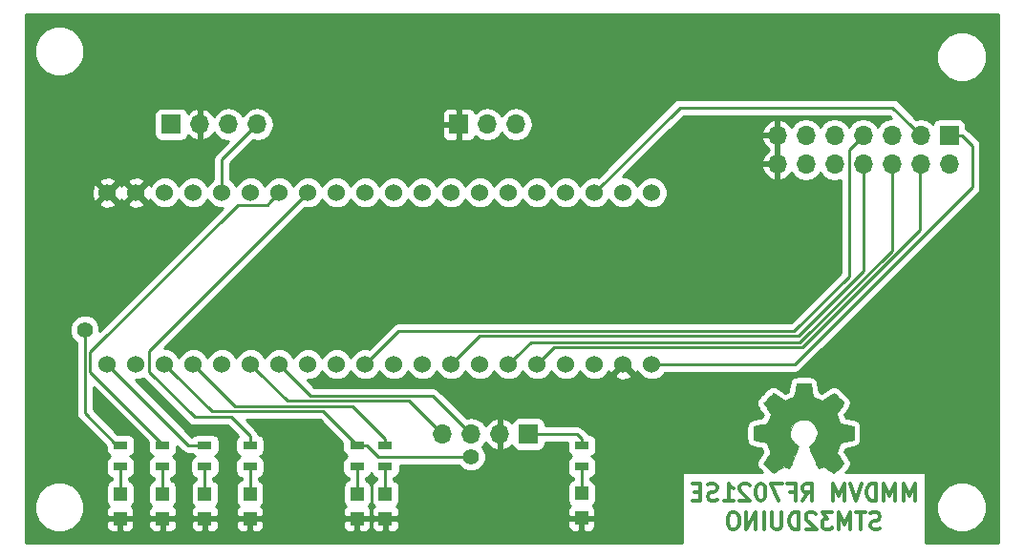
<source format=gbr>
G04 #@! TF.FileFunction,Copper,L2,Bot,Signal*
%FSLAX46Y46*%
G04 Gerber Fmt 4.6, Leading zero omitted, Abs format (unit mm)*
G04 Created by KiCad (PCBNEW 4.0.6) date Thursday, 29 June 2017 'AMt' 11:53:14*
%MOMM*%
%LPD*%
G01*
G04 APERTURE LIST*
%ADD10C,0.100000*%
%ADD11C,0.300000*%
%ADD12C,0.010000*%
%ADD13R,1.300000X0.700000*%
%ADD14C,1.524000*%
%ADD15R,1.200000X1.200000*%
%ADD16R,1.700000X1.700000*%
%ADD17O,1.700000X1.700000*%
%ADD18C,1.400000*%
%ADD19C,0.250000*%
%ADD20C,0.254000*%
G04 APERTURE END LIST*
D10*
D11*
X179821427Y-79403571D02*
X179821427Y-77903571D01*
X179321427Y-78975000D01*
X178821427Y-77903571D01*
X178821427Y-79403571D01*
X178107141Y-79403571D02*
X178107141Y-77903571D01*
X177607141Y-78975000D01*
X177107141Y-77903571D01*
X177107141Y-79403571D01*
X176392855Y-79403571D02*
X176392855Y-77903571D01*
X176035712Y-77903571D01*
X175821427Y-77975000D01*
X175678569Y-78117857D01*
X175607141Y-78260714D01*
X175535712Y-78546429D01*
X175535712Y-78760714D01*
X175607141Y-79046429D01*
X175678569Y-79189286D01*
X175821427Y-79332143D01*
X176035712Y-79403571D01*
X176392855Y-79403571D01*
X175107141Y-77903571D02*
X174607141Y-79403571D01*
X174107141Y-77903571D01*
X173607141Y-79403571D02*
X173607141Y-77903571D01*
X173107141Y-78975000D01*
X172607141Y-77903571D01*
X172607141Y-79403571D01*
X169892855Y-79403571D02*
X170392855Y-78689286D01*
X170749998Y-79403571D02*
X170749998Y-77903571D01*
X170178570Y-77903571D01*
X170035712Y-77975000D01*
X169964284Y-78046429D01*
X169892855Y-78189286D01*
X169892855Y-78403571D01*
X169964284Y-78546429D01*
X170035712Y-78617857D01*
X170178570Y-78689286D01*
X170749998Y-78689286D01*
X168749998Y-78617857D02*
X169249998Y-78617857D01*
X169249998Y-79403571D02*
X169249998Y-77903571D01*
X168535712Y-77903571D01*
X168107141Y-77903571D02*
X167107141Y-77903571D01*
X167749998Y-79403571D01*
X166249999Y-77903571D02*
X166107142Y-77903571D01*
X165964285Y-77975000D01*
X165892856Y-78046429D01*
X165821427Y-78189286D01*
X165749999Y-78475000D01*
X165749999Y-78832143D01*
X165821427Y-79117857D01*
X165892856Y-79260714D01*
X165964285Y-79332143D01*
X166107142Y-79403571D01*
X166249999Y-79403571D01*
X166392856Y-79332143D01*
X166464285Y-79260714D01*
X166535713Y-79117857D01*
X166607142Y-78832143D01*
X166607142Y-78475000D01*
X166535713Y-78189286D01*
X166464285Y-78046429D01*
X166392856Y-77975000D01*
X166249999Y-77903571D01*
X165178571Y-78046429D02*
X165107142Y-77975000D01*
X164964285Y-77903571D01*
X164607142Y-77903571D01*
X164464285Y-77975000D01*
X164392856Y-78046429D01*
X164321428Y-78189286D01*
X164321428Y-78332143D01*
X164392856Y-78546429D01*
X165249999Y-79403571D01*
X164321428Y-79403571D01*
X162892857Y-79403571D02*
X163750000Y-79403571D01*
X163321428Y-79403571D02*
X163321428Y-77903571D01*
X163464285Y-78117857D01*
X163607143Y-78260714D01*
X163750000Y-78332143D01*
X162321429Y-79332143D02*
X162107143Y-79403571D01*
X161750000Y-79403571D01*
X161607143Y-79332143D01*
X161535714Y-79260714D01*
X161464286Y-79117857D01*
X161464286Y-78975000D01*
X161535714Y-78832143D01*
X161607143Y-78760714D01*
X161750000Y-78689286D01*
X162035714Y-78617857D01*
X162178572Y-78546429D01*
X162250000Y-78475000D01*
X162321429Y-78332143D01*
X162321429Y-78189286D01*
X162250000Y-78046429D01*
X162178572Y-77975000D01*
X162035714Y-77903571D01*
X161678572Y-77903571D01*
X161464286Y-77975000D01*
X160821429Y-78617857D02*
X160321429Y-78617857D01*
X160107143Y-79403571D02*
X160821429Y-79403571D01*
X160821429Y-77903571D01*
X160107143Y-77903571D01*
X176750000Y-81882143D02*
X176535714Y-81953571D01*
X176178571Y-81953571D01*
X176035714Y-81882143D01*
X175964285Y-81810714D01*
X175892857Y-81667857D01*
X175892857Y-81525000D01*
X175964285Y-81382143D01*
X176035714Y-81310714D01*
X176178571Y-81239286D01*
X176464285Y-81167857D01*
X176607143Y-81096429D01*
X176678571Y-81025000D01*
X176750000Y-80882143D01*
X176750000Y-80739286D01*
X176678571Y-80596429D01*
X176607143Y-80525000D01*
X176464285Y-80453571D01*
X176107143Y-80453571D01*
X175892857Y-80525000D01*
X175464286Y-80453571D02*
X174607143Y-80453571D01*
X175035714Y-81953571D02*
X175035714Y-80453571D01*
X174107143Y-81953571D02*
X174107143Y-80453571D01*
X173607143Y-81525000D01*
X173107143Y-80453571D01*
X173107143Y-81953571D01*
X172535714Y-80453571D02*
X171607143Y-80453571D01*
X172107143Y-81025000D01*
X171892857Y-81025000D01*
X171750000Y-81096429D01*
X171678571Y-81167857D01*
X171607143Y-81310714D01*
X171607143Y-81667857D01*
X171678571Y-81810714D01*
X171750000Y-81882143D01*
X171892857Y-81953571D01*
X172321429Y-81953571D01*
X172464286Y-81882143D01*
X172535714Y-81810714D01*
X171035715Y-80596429D02*
X170964286Y-80525000D01*
X170821429Y-80453571D01*
X170464286Y-80453571D01*
X170321429Y-80525000D01*
X170250000Y-80596429D01*
X170178572Y-80739286D01*
X170178572Y-80882143D01*
X170250000Y-81096429D01*
X171107143Y-81953571D01*
X170178572Y-81953571D01*
X169535715Y-81953571D02*
X169535715Y-80453571D01*
X169178572Y-80453571D01*
X168964287Y-80525000D01*
X168821429Y-80667857D01*
X168750001Y-80810714D01*
X168678572Y-81096429D01*
X168678572Y-81310714D01*
X168750001Y-81596429D01*
X168821429Y-81739286D01*
X168964287Y-81882143D01*
X169178572Y-81953571D01*
X169535715Y-81953571D01*
X168035715Y-80453571D02*
X168035715Y-81667857D01*
X167964287Y-81810714D01*
X167892858Y-81882143D01*
X167750001Y-81953571D01*
X167464287Y-81953571D01*
X167321429Y-81882143D01*
X167250001Y-81810714D01*
X167178572Y-81667857D01*
X167178572Y-80453571D01*
X166464286Y-81953571D02*
X166464286Y-80453571D01*
X165750000Y-81953571D02*
X165750000Y-80453571D01*
X164892857Y-81953571D01*
X164892857Y-80453571D01*
X163892857Y-80453571D02*
X163607143Y-80453571D01*
X163464285Y-80525000D01*
X163321428Y-80667857D01*
X163250000Y-80953571D01*
X163250000Y-81453571D01*
X163321428Y-81739286D01*
X163464285Y-81882143D01*
X163607143Y-81953571D01*
X163892857Y-81953571D01*
X164035714Y-81882143D01*
X164178571Y-81739286D01*
X164250000Y-81453571D01*
X164250000Y-80953571D01*
X164178571Y-80667857D01*
X164035714Y-80525000D01*
X163892857Y-80453571D01*
D12*
G36*
X169253464Y-69600427D02*
X169140882Y-70197618D01*
X168725469Y-70368865D01*
X168310055Y-70540112D01*
X167811698Y-70201233D01*
X167672131Y-70106877D01*
X167545971Y-70022630D01*
X167439104Y-69952338D01*
X167357417Y-69899847D01*
X167306798Y-69869004D01*
X167293013Y-69862353D01*
X167268179Y-69879458D01*
X167215111Y-69926744D01*
X167139759Y-69998172D01*
X167048070Y-70087700D01*
X166945992Y-70189289D01*
X166839473Y-70296898D01*
X166734463Y-70404487D01*
X166636908Y-70506015D01*
X166552757Y-70595441D01*
X166487959Y-70666726D01*
X166448462Y-70713828D01*
X166439019Y-70729592D01*
X166452608Y-70758653D01*
X166490706Y-70822321D01*
X166549306Y-70914367D01*
X166624402Y-71028564D01*
X166711991Y-71158684D01*
X166762745Y-71232901D01*
X166855254Y-71368422D01*
X166937459Y-71490716D01*
X167005369Y-71593695D01*
X167054999Y-71671273D01*
X167082359Y-71717361D01*
X167086470Y-71727047D01*
X167077150Y-71754574D01*
X167051745Y-71818728D01*
X167014088Y-71910490D01*
X166968013Y-72020839D01*
X166917353Y-72140755D01*
X166865940Y-72261219D01*
X166817610Y-72373209D01*
X166776193Y-72467707D01*
X166745525Y-72535692D01*
X166729438Y-72568143D01*
X166728488Y-72569420D01*
X166703227Y-72575617D01*
X166635954Y-72589440D01*
X166533639Y-72609532D01*
X166403258Y-72634534D01*
X166251783Y-72663086D01*
X166163406Y-72679551D01*
X166001547Y-72710369D01*
X165855350Y-72739694D01*
X165732212Y-72765921D01*
X165639530Y-72787446D01*
X165584698Y-72802665D01*
X165573676Y-72807493D01*
X165562881Y-72840174D01*
X165554170Y-72913985D01*
X165547539Y-73020292D01*
X165542981Y-73150467D01*
X165540490Y-73295876D01*
X165540061Y-73447890D01*
X165541688Y-73597877D01*
X165545364Y-73737206D01*
X165551084Y-73857245D01*
X165558842Y-73949365D01*
X165568631Y-74004932D01*
X165574503Y-74016500D01*
X165609600Y-74030365D01*
X165683971Y-74050188D01*
X165787776Y-74073639D01*
X165911180Y-74098391D01*
X165954258Y-74106398D01*
X166161952Y-74144441D01*
X166326015Y-74175079D01*
X166451869Y-74199529D01*
X166544934Y-74219009D01*
X166610632Y-74234736D01*
X166654382Y-74247928D01*
X166681607Y-74259804D01*
X166697727Y-74271580D01*
X166699982Y-74273908D01*
X166722496Y-74311400D01*
X166756841Y-74384365D01*
X166799588Y-74483867D01*
X166847307Y-74600973D01*
X166896569Y-74726748D01*
X166943944Y-74852257D01*
X166986004Y-74968565D01*
X167019319Y-75066739D01*
X167040458Y-75137843D01*
X167045994Y-75172942D01*
X167045533Y-75174172D01*
X167026776Y-75202861D01*
X166984223Y-75265985D01*
X166922346Y-75356973D01*
X166845617Y-75469255D01*
X166758508Y-75596260D01*
X166733701Y-75632353D01*
X166645247Y-75763203D01*
X166567411Y-75882591D01*
X166504433Y-75983662D01*
X166460554Y-76059559D01*
X166440014Y-76103427D01*
X166439019Y-76108817D01*
X166456277Y-76137144D01*
X166503964Y-76193261D01*
X166575949Y-76271137D01*
X166666102Y-76364740D01*
X166768294Y-76468041D01*
X166876394Y-76575006D01*
X166984271Y-76679606D01*
X167085795Y-76775809D01*
X167174837Y-76857584D01*
X167245266Y-76918900D01*
X167290952Y-76953726D01*
X167303590Y-76959412D01*
X167333008Y-76946020D01*
X167393238Y-76909899D01*
X167474470Y-76857136D01*
X167536969Y-76814667D01*
X167650214Y-76736740D01*
X167784325Y-76644984D01*
X167918844Y-76553375D01*
X167991166Y-76504346D01*
X168235961Y-76338770D01*
X168441449Y-76449875D01*
X168535063Y-76498548D01*
X168614669Y-76536381D01*
X168668532Y-76557958D01*
X168682242Y-76560961D01*
X168698729Y-76538793D01*
X168731254Y-76476149D01*
X168777391Y-76378809D01*
X168834709Y-76252549D01*
X168900783Y-76103150D01*
X168973184Y-75936388D01*
X169049483Y-75758042D01*
X169127253Y-75573891D01*
X169204065Y-75389712D01*
X169277493Y-75211285D01*
X169345107Y-75044387D01*
X169404479Y-74894797D01*
X169453183Y-74768293D01*
X169488789Y-74670654D01*
X169508869Y-74607657D01*
X169512099Y-74586021D01*
X169486503Y-74558424D01*
X169430461Y-74513625D01*
X169355688Y-74460934D01*
X169349412Y-74456765D01*
X169156154Y-74302069D01*
X169000325Y-74121591D01*
X168883275Y-73921102D01*
X168806354Y-73706374D01*
X168770913Y-73483177D01*
X168778302Y-73257281D01*
X168829872Y-73034459D01*
X168926973Y-72820479D01*
X168955541Y-72773664D01*
X169104131Y-72584618D01*
X169279672Y-72432812D01*
X169476089Y-72319034D01*
X169687306Y-72244075D01*
X169907246Y-72208722D01*
X170129836Y-72213767D01*
X170348998Y-72259999D01*
X170558657Y-72348206D01*
X170752738Y-72479179D01*
X170812773Y-72532337D01*
X170965564Y-72698739D01*
X171076902Y-72873912D01*
X171153276Y-73070266D01*
X171195812Y-73264717D01*
X171206313Y-73483342D01*
X171171299Y-73703052D01*
X171094326Y-73916420D01*
X170978952Y-74116022D01*
X170828734Y-74294429D01*
X170647226Y-74444217D01*
X170623372Y-74460006D01*
X170547798Y-74511712D01*
X170490348Y-74556512D01*
X170462882Y-74585117D01*
X170462482Y-74586021D01*
X170468379Y-74616964D01*
X170491754Y-74687191D01*
X170530178Y-74790925D01*
X170581222Y-74922390D01*
X170642457Y-75075807D01*
X170711455Y-75245401D01*
X170785786Y-75425393D01*
X170863021Y-75610008D01*
X170940731Y-75793468D01*
X171016488Y-75969996D01*
X171087862Y-76133814D01*
X171152425Y-76279147D01*
X171207747Y-76400217D01*
X171251399Y-76491247D01*
X171280953Y-76546460D01*
X171292855Y-76560961D01*
X171329222Y-76549669D01*
X171397269Y-76519385D01*
X171485263Y-76475520D01*
X171533649Y-76449875D01*
X171739136Y-76338770D01*
X171983931Y-76504346D01*
X172108893Y-76589170D01*
X172245704Y-76682516D01*
X172373911Y-76770408D01*
X172438128Y-76814667D01*
X172528448Y-76875318D01*
X172604928Y-76923381D01*
X172657592Y-76952770D01*
X172674697Y-76958982D01*
X172699594Y-76942223D01*
X172754694Y-76895436D01*
X172834656Y-76823480D01*
X172934139Y-76731212D01*
X173047799Y-76623490D01*
X173119684Y-76554326D01*
X173245448Y-76430757D01*
X173354136Y-76320234D01*
X173441354Y-76227485D01*
X173502710Y-76157237D01*
X173533808Y-76114220D01*
X173536791Y-76105490D01*
X173522946Y-76072284D01*
X173484687Y-76005142D01*
X173426258Y-75910863D01*
X173351902Y-75796245D01*
X173265864Y-75668083D01*
X173241397Y-75632353D01*
X173152245Y-75502489D01*
X173072261Y-75385569D01*
X173005919Y-75288162D01*
X172957688Y-75216839D01*
X172932042Y-75178170D01*
X172929564Y-75174172D01*
X172933270Y-75143355D01*
X172952938Y-75075599D01*
X172985139Y-74979839D01*
X173026444Y-74865009D01*
X173073424Y-74740044D01*
X173122650Y-74613879D01*
X173170691Y-74495448D01*
X173214118Y-74393685D01*
X173249503Y-74317526D01*
X173273415Y-74275904D01*
X173275115Y-74273908D01*
X173289737Y-74262013D01*
X173314434Y-74250250D01*
X173354627Y-74237401D01*
X173415736Y-74222249D01*
X173503182Y-74203576D01*
X173622387Y-74180165D01*
X173778772Y-74150797D01*
X173977756Y-74114255D01*
X174020839Y-74106398D01*
X174148529Y-74081727D01*
X174259846Y-74057593D01*
X174344954Y-74036324D01*
X174394016Y-74020248D01*
X174400594Y-74016500D01*
X174411435Y-73983273D01*
X174420246Y-73909021D01*
X174427023Y-73802376D01*
X174431759Y-73671967D01*
X174434449Y-73526427D01*
X174435086Y-73374386D01*
X174433665Y-73224476D01*
X174430179Y-73085328D01*
X174424623Y-72965572D01*
X174416991Y-72873841D01*
X174407277Y-72818766D01*
X174401421Y-72807493D01*
X174368819Y-72796123D01*
X174294581Y-72777624D01*
X174186103Y-72753602D01*
X174050782Y-72725662D01*
X173896014Y-72695408D01*
X173811692Y-72679551D01*
X173651703Y-72649644D01*
X173509032Y-72622550D01*
X173390651Y-72599631D01*
X173303534Y-72582243D01*
X173254654Y-72571747D01*
X173246609Y-72569420D01*
X173233012Y-72543186D01*
X173204270Y-72479995D01*
X173164214Y-72388877D01*
X173116675Y-72278857D01*
X173065484Y-72158965D01*
X173014473Y-72038227D01*
X172967473Y-71925671D01*
X172928315Y-71830326D01*
X172900830Y-71761217D01*
X172888850Y-71727374D01*
X172888627Y-71725895D01*
X172902208Y-71699197D01*
X172940284Y-71637760D01*
X172998852Y-71547689D01*
X173073911Y-71435090D01*
X173161459Y-71306070D01*
X173212352Y-71231961D01*
X173305090Y-71096077D01*
X173387458Y-70972709D01*
X173455438Y-70868097D01*
X173505011Y-70788483D01*
X173532157Y-70740107D01*
X173536078Y-70729262D01*
X173519224Y-70704020D01*
X173472631Y-70650124D01*
X173402251Y-70573613D01*
X173314034Y-70480523D01*
X173213934Y-70376895D01*
X173107901Y-70268764D01*
X173001888Y-70162170D01*
X172901847Y-70063150D01*
X172813729Y-69977742D01*
X172743486Y-69911985D01*
X172697071Y-69871916D01*
X172681543Y-69862353D01*
X172656260Y-69875800D01*
X172595788Y-69913575D01*
X172506007Y-69971835D01*
X172392796Y-70046734D01*
X172262036Y-70134425D01*
X172163400Y-70201233D01*
X171665042Y-70540112D01*
X171249629Y-70368865D01*
X170834215Y-70197618D01*
X170721633Y-69600427D01*
X170609050Y-69003235D01*
X169366047Y-69003235D01*
X169253464Y-69600427D01*
X169253464Y-69600427D01*
G37*
X169253464Y-69600427D02*
X169140882Y-70197618D01*
X168725469Y-70368865D01*
X168310055Y-70540112D01*
X167811698Y-70201233D01*
X167672131Y-70106877D01*
X167545971Y-70022630D01*
X167439104Y-69952338D01*
X167357417Y-69899847D01*
X167306798Y-69869004D01*
X167293013Y-69862353D01*
X167268179Y-69879458D01*
X167215111Y-69926744D01*
X167139759Y-69998172D01*
X167048070Y-70087700D01*
X166945992Y-70189289D01*
X166839473Y-70296898D01*
X166734463Y-70404487D01*
X166636908Y-70506015D01*
X166552757Y-70595441D01*
X166487959Y-70666726D01*
X166448462Y-70713828D01*
X166439019Y-70729592D01*
X166452608Y-70758653D01*
X166490706Y-70822321D01*
X166549306Y-70914367D01*
X166624402Y-71028564D01*
X166711991Y-71158684D01*
X166762745Y-71232901D01*
X166855254Y-71368422D01*
X166937459Y-71490716D01*
X167005369Y-71593695D01*
X167054999Y-71671273D01*
X167082359Y-71717361D01*
X167086470Y-71727047D01*
X167077150Y-71754574D01*
X167051745Y-71818728D01*
X167014088Y-71910490D01*
X166968013Y-72020839D01*
X166917353Y-72140755D01*
X166865940Y-72261219D01*
X166817610Y-72373209D01*
X166776193Y-72467707D01*
X166745525Y-72535692D01*
X166729438Y-72568143D01*
X166728488Y-72569420D01*
X166703227Y-72575617D01*
X166635954Y-72589440D01*
X166533639Y-72609532D01*
X166403258Y-72634534D01*
X166251783Y-72663086D01*
X166163406Y-72679551D01*
X166001547Y-72710369D01*
X165855350Y-72739694D01*
X165732212Y-72765921D01*
X165639530Y-72787446D01*
X165584698Y-72802665D01*
X165573676Y-72807493D01*
X165562881Y-72840174D01*
X165554170Y-72913985D01*
X165547539Y-73020292D01*
X165542981Y-73150467D01*
X165540490Y-73295876D01*
X165540061Y-73447890D01*
X165541688Y-73597877D01*
X165545364Y-73737206D01*
X165551084Y-73857245D01*
X165558842Y-73949365D01*
X165568631Y-74004932D01*
X165574503Y-74016500D01*
X165609600Y-74030365D01*
X165683971Y-74050188D01*
X165787776Y-74073639D01*
X165911180Y-74098391D01*
X165954258Y-74106398D01*
X166161952Y-74144441D01*
X166326015Y-74175079D01*
X166451869Y-74199529D01*
X166544934Y-74219009D01*
X166610632Y-74234736D01*
X166654382Y-74247928D01*
X166681607Y-74259804D01*
X166697727Y-74271580D01*
X166699982Y-74273908D01*
X166722496Y-74311400D01*
X166756841Y-74384365D01*
X166799588Y-74483867D01*
X166847307Y-74600973D01*
X166896569Y-74726748D01*
X166943944Y-74852257D01*
X166986004Y-74968565D01*
X167019319Y-75066739D01*
X167040458Y-75137843D01*
X167045994Y-75172942D01*
X167045533Y-75174172D01*
X167026776Y-75202861D01*
X166984223Y-75265985D01*
X166922346Y-75356973D01*
X166845617Y-75469255D01*
X166758508Y-75596260D01*
X166733701Y-75632353D01*
X166645247Y-75763203D01*
X166567411Y-75882591D01*
X166504433Y-75983662D01*
X166460554Y-76059559D01*
X166440014Y-76103427D01*
X166439019Y-76108817D01*
X166456277Y-76137144D01*
X166503964Y-76193261D01*
X166575949Y-76271137D01*
X166666102Y-76364740D01*
X166768294Y-76468041D01*
X166876394Y-76575006D01*
X166984271Y-76679606D01*
X167085795Y-76775809D01*
X167174837Y-76857584D01*
X167245266Y-76918900D01*
X167290952Y-76953726D01*
X167303590Y-76959412D01*
X167333008Y-76946020D01*
X167393238Y-76909899D01*
X167474470Y-76857136D01*
X167536969Y-76814667D01*
X167650214Y-76736740D01*
X167784325Y-76644984D01*
X167918844Y-76553375D01*
X167991166Y-76504346D01*
X168235961Y-76338770D01*
X168441449Y-76449875D01*
X168535063Y-76498548D01*
X168614669Y-76536381D01*
X168668532Y-76557958D01*
X168682242Y-76560961D01*
X168698729Y-76538793D01*
X168731254Y-76476149D01*
X168777391Y-76378809D01*
X168834709Y-76252549D01*
X168900783Y-76103150D01*
X168973184Y-75936388D01*
X169049483Y-75758042D01*
X169127253Y-75573891D01*
X169204065Y-75389712D01*
X169277493Y-75211285D01*
X169345107Y-75044387D01*
X169404479Y-74894797D01*
X169453183Y-74768293D01*
X169488789Y-74670654D01*
X169508869Y-74607657D01*
X169512099Y-74586021D01*
X169486503Y-74558424D01*
X169430461Y-74513625D01*
X169355688Y-74460934D01*
X169349412Y-74456765D01*
X169156154Y-74302069D01*
X169000325Y-74121591D01*
X168883275Y-73921102D01*
X168806354Y-73706374D01*
X168770913Y-73483177D01*
X168778302Y-73257281D01*
X168829872Y-73034459D01*
X168926973Y-72820479D01*
X168955541Y-72773664D01*
X169104131Y-72584618D01*
X169279672Y-72432812D01*
X169476089Y-72319034D01*
X169687306Y-72244075D01*
X169907246Y-72208722D01*
X170129836Y-72213767D01*
X170348998Y-72259999D01*
X170558657Y-72348206D01*
X170752738Y-72479179D01*
X170812773Y-72532337D01*
X170965564Y-72698739D01*
X171076902Y-72873912D01*
X171153276Y-73070266D01*
X171195812Y-73264717D01*
X171206313Y-73483342D01*
X171171299Y-73703052D01*
X171094326Y-73916420D01*
X170978952Y-74116022D01*
X170828734Y-74294429D01*
X170647226Y-74444217D01*
X170623372Y-74460006D01*
X170547798Y-74511712D01*
X170490348Y-74556512D01*
X170462882Y-74585117D01*
X170462482Y-74586021D01*
X170468379Y-74616964D01*
X170491754Y-74687191D01*
X170530178Y-74790925D01*
X170581222Y-74922390D01*
X170642457Y-75075807D01*
X170711455Y-75245401D01*
X170785786Y-75425393D01*
X170863021Y-75610008D01*
X170940731Y-75793468D01*
X171016488Y-75969996D01*
X171087862Y-76133814D01*
X171152425Y-76279147D01*
X171207747Y-76400217D01*
X171251399Y-76491247D01*
X171280953Y-76546460D01*
X171292855Y-76560961D01*
X171329222Y-76549669D01*
X171397269Y-76519385D01*
X171485263Y-76475520D01*
X171533649Y-76449875D01*
X171739136Y-76338770D01*
X171983931Y-76504346D01*
X172108893Y-76589170D01*
X172245704Y-76682516D01*
X172373911Y-76770408D01*
X172438128Y-76814667D01*
X172528448Y-76875318D01*
X172604928Y-76923381D01*
X172657592Y-76952770D01*
X172674697Y-76958982D01*
X172699594Y-76942223D01*
X172754694Y-76895436D01*
X172834656Y-76823480D01*
X172934139Y-76731212D01*
X173047799Y-76623490D01*
X173119684Y-76554326D01*
X173245448Y-76430757D01*
X173354136Y-76320234D01*
X173441354Y-76227485D01*
X173502710Y-76157237D01*
X173533808Y-76114220D01*
X173536791Y-76105490D01*
X173522946Y-76072284D01*
X173484687Y-76005142D01*
X173426258Y-75910863D01*
X173351902Y-75796245D01*
X173265864Y-75668083D01*
X173241397Y-75632353D01*
X173152245Y-75502489D01*
X173072261Y-75385569D01*
X173005919Y-75288162D01*
X172957688Y-75216839D01*
X172932042Y-75178170D01*
X172929564Y-75174172D01*
X172933270Y-75143355D01*
X172952938Y-75075599D01*
X172985139Y-74979839D01*
X173026444Y-74865009D01*
X173073424Y-74740044D01*
X173122650Y-74613879D01*
X173170691Y-74495448D01*
X173214118Y-74393685D01*
X173249503Y-74317526D01*
X173273415Y-74275904D01*
X173275115Y-74273908D01*
X173289737Y-74262013D01*
X173314434Y-74250250D01*
X173354627Y-74237401D01*
X173415736Y-74222249D01*
X173503182Y-74203576D01*
X173622387Y-74180165D01*
X173778772Y-74150797D01*
X173977756Y-74114255D01*
X174020839Y-74106398D01*
X174148529Y-74081727D01*
X174259846Y-74057593D01*
X174344954Y-74036324D01*
X174394016Y-74020248D01*
X174400594Y-74016500D01*
X174411435Y-73983273D01*
X174420246Y-73909021D01*
X174427023Y-73802376D01*
X174431759Y-73671967D01*
X174434449Y-73526427D01*
X174435086Y-73374386D01*
X174433665Y-73224476D01*
X174430179Y-73085328D01*
X174424623Y-72965572D01*
X174416991Y-72873841D01*
X174407277Y-72818766D01*
X174401421Y-72807493D01*
X174368819Y-72796123D01*
X174294581Y-72777624D01*
X174186103Y-72753602D01*
X174050782Y-72725662D01*
X173896014Y-72695408D01*
X173811692Y-72679551D01*
X173651703Y-72649644D01*
X173509032Y-72622550D01*
X173390651Y-72599631D01*
X173303534Y-72582243D01*
X173254654Y-72571747D01*
X173246609Y-72569420D01*
X173233012Y-72543186D01*
X173204270Y-72479995D01*
X173164214Y-72388877D01*
X173116675Y-72278857D01*
X173065484Y-72158965D01*
X173014473Y-72038227D01*
X172967473Y-71925671D01*
X172928315Y-71830326D01*
X172900830Y-71761217D01*
X172888850Y-71727374D01*
X172888627Y-71725895D01*
X172902208Y-71699197D01*
X172940284Y-71637760D01*
X172998852Y-71547689D01*
X173073911Y-71435090D01*
X173161459Y-71306070D01*
X173212352Y-71231961D01*
X173305090Y-71096077D01*
X173387458Y-70972709D01*
X173455438Y-70868097D01*
X173505011Y-70788483D01*
X173532157Y-70740107D01*
X173536078Y-70729262D01*
X173519224Y-70704020D01*
X173472631Y-70650124D01*
X173402251Y-70573613D01*
X173314034Y-70480523D01*
X173213934Y-70376895D01*
X173107901Y-70268764D01*
X173001888Y-70162170D01*
X172901847Y-70063150D01*
X172813729Y-69977742D01*
X172743486Y-69911985D01*
X172697071Y-69871916D01*
X172681543Y-69862353D01*
X172656260Y-69875800D01*
X172595788Y-69913575D01*
X172506007Y-69971835D01*
X172392796Y-70046734D01*
X172262036Y-70134425D01*
X172163400Y-70201233D01*
X171665042Y-70540112D01*
X171249629Y-70368865D01*
X170834215Y-70197618D01*
X170721633Y-69600427D01*
X170609050Y-69003235D01*
X169366047Y-69003235D01*
X169253464Y-69600427D01*
D13*
X120900000Y-74500000D03*
X120900000Y-76400000D03*
X116900000Y-74500000D03*
X116900000Y-76400000D03*
D14*
X108270000Y-67310000D03*
X110810000Y-67310000D03*
X113350000Y-67310000D03*
X115890000Y-67310000D03*
X118430000Y-67310000D03*
X120970000Y-67310000D03*
X123510000Y-67310000D03*
X126050000Y-67310000D03*
X128590000Y-67310000D03*
X131130000Y-67310000D03*
X133670000Y-67310000D03*
X136210000Y-67310000D03*
X138750000Y-67310000D03*
X141290000Y-67310000D03*
X143830000Y-67310000D03*
X146370000Y-67310000D03*
X148910000Y-67310000D03*
X151450000Y-67310000D03*
X153990000Y-67310000D03*
X156530000Y-67310000D03*
X156530000Y-52070000D03*
X153990000Y-52070000D03*
X151450000Y-52070000D03*
X148910000Y-52070000D03*
X146370000Y-52070000D03*
X143830000Y-52070000D03*
X141290000Y-52070000D03*
X138750000Y-52070000D03*
X136210000Y-52070000D03*
X133670000Y-52070000D03*
X131130000Y-52070000D03*
X128590000Y-52070000D03*
X126050000Y-52070000D03*
X123510000Y-52070000D03*
X120970000Y-52070000D03*
X118430000Y-52070000D03*
X115890000Y-52070000D03*
X113350000Y-52070000D03*
X110810000Y-52070000D03*
X108270000Y-52070000D03*
D15*
X130400000Y-78800000D03*
X130400000Y-81000000D03*
D13*
X109410000Y-74500000D03*
X109410000Y-76400000D03*
D15*
X109410000Y-78800000D03*
X109410000Y-81000000D03*
X116900000Y-78800000D03*
X116900000Y-81000000D03*
X132900000Y-78800000D03*
X132900000Y-81000000D03*
D13*
X130400000Y-74500000D03*
X130400000Y-76400000D03*
X132900000Y-74500000D03*
X132900000Y-76400000D03*
X150300000Y-74500000D03*
X150300000Y-76400000D03*
D15*
X150300000Y-78750000D03*
X150300000Y-80950000D03*
D13*
X113154999Y-74500000D03*
X113154999Y-76400000D03*
D16*
X113920000Y-46000000D03*
D17*
X116460000Y-46000000D03*
X119000000Y-46000000D03*
X121540000Y-46000000D03*
D16*
X182880000Y-46990000D03*
D17*
X182880000Y-49530000D03*
X180340000Y-46990000D03*
X180340000Y-49530000D03*
X177800000Y-46990000D03*
X177800000Y-49530000D03*
X175260000Y-46990000D03*
X175260000Y-49530000D03*
X172720000Y-46990000D03*
X172720000Y-49530000D03*
X170180000Y-46990000D03*
X170180000Y-49530000D03*
X167640000Y-46990000D03*
X167640000Y-49530000D03*
D15*
X113150000Y-78800000D03*
X113150000Y-81000000D03*
X120900000Y-78800000D03*
X120900000Y-81000000D03*
D16*
X139400000Y-46000000D03*
D17*
X141940000Y-46000000D03*
X144480000Y-46000000D03*
D16*
X145580000Y-73500000D03*
D17*
X143040000Y-73500000D03*
X140500000Y-73500000D03*
X137960000Y-73500000D03*
D18*
X140500000Y-75500000D03*
X106250000Y-64250000D03*
D19*
X132900000Y-81000000D02*
X143000000Y-81000000D01*
X143000000Y-81000000D02*
X150250000Y-81000000D01*
X143040000Y-73500000D02*
X143040000Y-80960000D01*
X143040000Y-80960000D02*
X143000000Y-81000000D01*
X150250000Y-81000000D02*
X150300000Y-80950000D01*
X130400000Y-81000000D02*
X132900000Y-81000000D01*
X120900000Y-81000000D02*
X130400000Y-81000000D01*
X116900000Y-81000000D02*
X120900000Y-81000000D01*
X113150000Y-81000000D02*
X116900000Y-81000000D01*
X109410000Y-81000000D02*
X113150000Y-81000000D01*
X146370000Y-67310000D02*
X147880000Y-65800000D01*
X147880000Y-65800000D02*
X169900000Y-65800000D01*
X169900000Y-65800000D02*
X180300000Y-55400000D01*
X180300000Y-55400000D02*
X180300000Y-49570000D01*
X180300000Y-49570000D02*
X180340000Y-49530000D01*
X151450000Y-52070000D02*
X159020000Y-44500000D01*
X159020000Y-44500000D02*
X177850000Y-44500000D01*
X177850000Y-44500000D02*
X179490001Y-46140001D01*
X179490001Y-46140001D02*
X180340000Y-46990000D01*
X177800000Y-49530000D02*
X177800000Y-57200000D01*
X177800000Y-57200000D02*
X169650010Y-65349990D01*
X169650010Y-65349990D02*
X145790010Y-65349990D01*
X145790010Y-65349990D02*
X144591999Y-66548001D01*
X144591999Y-66548001D02*
X143830000Y-67310000D01*
X175260000Y-49530000D02*
X175260000Y-59040000D01*
X175260000Y-59040000D02*
X169500000Y-64800000D01*
X169500000Y-64800000D02*
X141260000Y-64800000D01*
X141260000Y-64800000D02*
X139511999Y-66548001D01*
X139511999Y-66548001D02*
X138750000Y-67310000D01*
X175260000Y-46990000D02*
X174000000Y-48250000D01*
X174000000Y-48250000D02*
X174000000Y-59500000D01*
X174000000Y-59500000D02*
X169150010Y-64349990D01*
X169150010Y-64349990D02*
X134090010Y-64349990D01*
X134090010Y-64349990D02*
X131891999Y-66548001D01*
X131891999Y-66548001D02*
X131130000Y-67310000D01*
X130400000Y-74500000D02*
X131300000Y-74500000D01*
X131300000Y-74500000D02*
X132300000Y-75500000D01*
X132300000Y-75500000D02*
X140500000Y-75500000D01*
X130400000Y-74500000D02*
X127400000Y-71500000D01*
X127400000Y-71500000D02*
X117540000Y-71500000D01*
X117540000Y-71500000D02*
X114111999Y-68071999D01*
X114111999Y-68071999D02*
X113350000Y-67310000D01*
X116900000Y-74500000D02*
X115460000Y-74500000D01*
X115460000Y-74500000D02*
X108270000Y-67310000D01*
X109410000Y-74500000D02*
X109110000Y-74500000D01*
X109110000Y-74500000D02*
X106250000Y-71640000D01*
X106250000Y-71640000D02*
X106250000Y-64250000D01*
X132900000Y-74500000D02*
X132900000Y-73900000D01*
X132900000Y-73900000D02*
X130000000Y-71000000D01*
X130000000Y-71000000D02*
X119580000Y-71000000D01*
X119580000Y-71000000D02*
X116651999Y-68071999D01*
X116651999Y-68071999D02*
X115890000Y-67310000D01*
X120900000Y-74500000D02*
X120900000Y-73650000D01*
X120900000Y-73650000D02*
X119250000Y-72000000D01*
X119250000Y-72000000D02*
X116000000Y-72000000D01*
X112000000Y-68000000D02*
X112000000Y-66120000D01*
X116000000Y-72000000D02*
X112000000Y-68000000D01*
X112000000Y-66120000D02*
X125288001Y-52831999D01*
X125288001Y-52831999D02*
X126050000Y-52070000D01*
X113154999Y-74500000D02*
X113154999Y-74404999D01*
X113154999Y-74404999D02*
X106750000Y-68000000D01*
X106750000Y-68000000D02*
X106750000Y-66250000D01*
X106750000Y-66250000D02*
X119842999Y-53157001D01*
X119842999Y-53157001D02*
X122422999Y-53157001D01*
X122422999Y-53157001D02*
X122748001Y-52831999D01*
X122748001Y-52831999D02*
X123510000Y-52070000D01*
X109410000Y-78800000D02*
X109410000Y-76400000D01*
X113150000Y-78800000D02*
X113150000Y-76404999D01*
X113150000Y-76404999D02*
X113154999Y-76400000D01*
X116900000Y-78800000D02*
X116900000Y-76400000D01*
X130400000Y-78800000D02*
X130400000Y-76400000D01*
X132900000Y-78800000D02*
X132900000Y-76400000D01*
X120900000Y-78800000D02*
X120900000Y-76400000D01*
X150300000Y-78750000D02*
X150300000Y-76400000D01*
X156530000Y-67310000D02*
X169190000Y-67310000D01*
X169190000Y-67310000D02*
X184900000Y-51600000D01*
X184900000Y-51600000D02*
X184900000Y-47910000D01*
X184900000Y-47910000D02*
X183980000Y-46990000D01*
X183980000Y-46990000D02*
X182880000Y-46990000D01*
X145580000Y-73500000D02*
X149900000Y-73500000D01*
X149900000Y-73500000D02*
X150300000Y-73900000D01*
X150300000Y-73900000D02*
X150300000Y-74500000D01*
X121540000Y-46000000D02*
X118430000Y-49110000D01*
X118430000Y-49110000D02*
X118430000Y-52070000D01*
X140500000Y-73500000D02*
X137100000Y-70100000D01*
X137100000Y-70100000D02*
X126300000Y-70100000D01*
X126300000Y-70100000D02*
X124271999Y-68071999D01*
X124271999Y-68071999D02*
X123510000Y-67310000D01*
X137960000Y-73500000D02*
X135010000Y-70550000D01*
X135010000Y-70550000D02*
X124210000Y-70550000D01*
X124210000Y-70550000D02*
X121731999Y-68071999D01*
X121731999Y-68071999D02*
X120970000Y-67310000D01*
D20*
G36*
X187250000Y-83110000D02*
X180813571Y-83110000D01*
X180813571Y-80442619D01*
X181764613Y-80442619D01*
X182104155Y-81264372D01*
X182732321Y-81893636D01*
X183553481Y-82234611D01*
X184442619Y-82235387D01*
X185264372Y-81895845D01*
X185893636Y-81267679D01*
X186234611Y-80446519D01*
X186235387Y-79557381D01*
X185895845Y-78735628D01*
X185267679Y-78106364D01*
X184446519Y-77765389D01*
X183557381Y-77764613D01*
X182735628Y-78104155D01*
X182106364Y-78732321D01*
X181765389Y-79553481D01*
X181764613Y-80442619D01*
X180813571Y-80442619D01*
X180813571Y-76890000D01*
X173691219Y-76890000D01*
X173693995Y-76887272D01*
X173697144Y-76882648D01*
X173701769Y-76879501D01*
X173810457Y-76768978D01*
X173814449Y-76762894D01*
X173820373Y-76758667D01*
X173907591Y-76665918D01*
X173913920Y-76655785D01*
X173923380Y-76648496D01*
X173984736Y-76578249D01*
X173999565Y-76552444D01*
X174021372Y-76532190D01*
X174052470Y-76489173D01*
X174090145Y-76406936D01*
X174128642Y-76349031D01*
X174131398Y-76335003D01*
X174139429Y-76321158D01*
X174142412Y-76312427D01*
X174146108Y-76284783D01*
X174156478Y-76262148D01*
X174158968Y-76194697D01*
X174176789Y-76104000D01*
X174172877Y-76084567D01*
X174175504Y-76064915D01*
X174165190Y-76026112D01*
X174165689Y-76012602D01*
X174155966Y-75986439D01*
X174149431Y-75966821D01*
X174148357Y-75962781D01*
X174127502Y-75859197D01*
X174113657Y-75825991D01*
X174091544Y-75793062D01*
X174079006Y-75755428D01*
X174040747Y-75688287D01*
X174032893Y-75679229D01*
X174028687Y-75668001D01*
X173970258Y-75573722D01*
X173965666Y-75568804D01*
X173963174Y-75562550D01*
X173888818Y-75447932D01*
X173885240Y-75444256D01*
X173883269Y-75439526D01*
X173797232Y-75311364D01*
X173795103Y-75309244D01*
X173793922Y-75306482D01*
X173769455Y-75270752D01*
X173769181Y-75270484D01*
X173769030Y-75270132D01*
X173680206Y-75140747D01*
X173632649Y-75071229D01*
X173671094Y-74968967D01*
X173717300Y-74850544D01*
X173733516Y-74810566D01*
X173743135Y-74808677D01*
X173895617Y-74780042D01*
X174093118Y-74743773D01*
X174135662Y-74736014D01*
X174138836Y-74734758D01*
X174142248Y-74734777D01*
X174269939Y-74710106D01*
X174276765Y-74707322D01*
X174284133Y-74707196D01*
X174395450Y-74683062D01*
X174404815Y-74678993D01*
X174415014Y-74678498D01*
X174500122Y-74657229D01*
X174521150Y-74647298D01*
X174544236Y-74644507D01*
X174593298Y-74628431D01*
X174643057Y-74600402D01*
X174690451Y-74587098D01*
X174699239Y-74580188D01*
X174710853Y-74576319D01*
X174717431Y-74572570D01*
X174763742Y-74532421D01*
X174810870Y-74505874D01*
X174838432Y-74470733D01*
X174886746Y-74432741D01*
X174894362Y-74419181D01*
X174906112Y-74408994D01*
X174940024Y-74341204D01*
X174964980Y-74309385D01*
X174968158Y-74298007D01*
X174969738Y-74296159D01*
X174978384Y-74269577D01*
X175009028Y-74215014D01*
X175019869Y-74181787D01*
X175027389Y-74118910D01*
X175046976Y-74058689D01*
X175055787Y-73984436D01*
X175054401Y-73966753D01*
X175058958Y-73949609D01*
X175065735Y-73842965D01*
X175064564Y-73834202D01*
X175066601Y-73825603D01*
X175071337Y-73695194D01*
X175070412Y-73689466D01*
X175071650Y-73683794D01*
X175074340Y-73538254D01*
X175073516Y-73533669D01*
X175074443Y-73529108D01*
X175075080Y-73377068D01*
X175074230Y-73372697D01*
X175075057Y-73368320D01*
X175073636Y-73218410D01*
X175072599Y-73213445D01*
X175073464Y-73208448D01*
X175069978Y-73069299D01*
X175068454Y-73062529D01*
X175069491Y-73055668D01*
X175063935Y-72935912D01*
X175061071Y-72924346D01*
X175062419Y-72912508D01*
X175054787Y-72820776D01*
X175046617Y-72792296D01*
X175047262Y-72762675D01*
X175037548Y-72707600D01*
X175002327Y-72617041D01*
X174985527Y-72559218D01*
X174977753Y-72529210D01*
X174976217Y-72527173D01*
X174975218Y-72523736D01*
X174969363Y-72512464D01*
X174954379Y-72493762D01*
X174947031Y-72474868D01*
X174899298Y-72425011D01*
X174897041Y-72422193D01*
X174827388Y-72329840D01*
X174819181Y-72325010D01*
X174813228Y-72317580D01*
X174777798Y-72298103D01*
X174774340Y-72294491D01*
X174758758Y-72287636D01*
X174751084Y-72283417D01*
X174749436Y-72281603D01*
X174737836Y-72276134D01*
X174711875Y-72261862D01*
X174612173Y-72203189D01*
X174579571Y-72191819D01*
X174550300Y-72187717D01*
X174523565Y-72175113D01*
X174449327Y-72156614D01*
X174440783Y-72156205D01*
X174432954Y-72152762D01*
X174324476Y-72128740D01*
X174319811Y-72128639D01*
X174315515Y-72126823D01*
X174180194Y-72098883D01*
X174176753Y-72098858D01*
X174173565Y-72097550D01*
X174018797Y-72067296D01*
X174016461Y-72067304D01*
X174014295Y-72066433D01*
X173929973Y-72050576D01*
X173929620Y-72050580D01*
X173929291Y-72050448D01*
X173770364Y-72020740D01*
X173696362Y-72006686D01*
X173654596Y-71908867D01*
X173605196Y-71791945D01*
X173690097Y-71666827D01*
X173739928Y-71594264D01*
X173740300Y-71593397D01*
X173740975Y-71592735D01*
X173833713Y-71456851D01*
X173835013Y-71453798D01*
X173837358Y-71451451D01*
X173919726Y-71328083D01*
X173921275Y-71324339D01*
X173924104Y-71321437D01*
X173992084Y-71216825D01*
X173994419Y-71210977D01*
X173998726Y-71206384D01*
X174048299Y-71126771D01*
X174053521Y-71112921D01*
X174063142Y-71101676D01*
X174090288Y-71053300D01*
X174106679Y-71003000D01*
X174134027Y-70957713D01*
X174137948Y-70946868D01*
X174145207Y-70899028D01*
X174163739Y-70854329D01*
X174163748Y-70827866D01*
X174167656Y-70815872D01*
X174164322Y-70773043D01*
X174175408Y-70699978D01*
X174163806Y-70653001D01*
X174163822Y-70604613D01*
X174148289Y-70567078D01*
X174148276Y-70566910D01*
X174147973Y-70566314D01*
X174134143Y-70532894D01*
X174126746Y-70502945D01*
X174126704Y-70502605D01*
X174126630Y-70502475D01*
X174115534Y-70457546D01*
X174086840Y-70418587D01*
X174068337Y-70373875D01*
X174051483Y-70348632D01*
X174023166Y-70320296D01*
X174003384Y-70285464D01*
X173956791Y-70231568D01*
X173948877Y-70225406D01*
X173943658Y-70216842D01*
X173873278Y-70140331D01*
X173869373Y-70137479D01*
X173866795Y-70133387D01*
X173778578Y-70040297D01*
X173776035Y-70038497D01*
X173774350Y-70035878D01*
X173674250Y-69932250D01*
X173672237Y-69930854D01*
X173670894Y-69928801D01*
X173564861Y-69820670D01*
X173562957Y-69819371D01*
X173561684Y-69817454D01*
X173455671Y-69710860D01*
X173453544Y-69709431D01*
X173452109Y-69707306D01*
X173352068Y-69608286D01*
X173349216Y-69606401D01*
X173347273Y-69603590D01*
X173259155Y-69518182D01*
X173254407Y-69515116D01*
X173251112Y-69510520D01*
X173180869Y-69444763D01*
X173169752Y-69437854D01*
X173161703Y-69427532D01*
X173115288Y-69387463D01*
X173094441Y-69375643D01*
X173088576Y-69368466D01*
X173061990Y-69354185D01*
X173032679Y-69326969D01*
X173017151Y-69317406D01*
X172943449Y-69290030D01*
X172898061Y-69264295D01*
X172893630Y-69263747D01*
X172868590Y-69250296D01*
X172824552Y-69245867D01*
X172783063Y-69230456D01*
X172701422Y-69233483D01*
X172620127Y-69225306D01*
X172577743Y-69238068D01*
X172533518Y-69239707D01*
X172459251Y-69273745D01*
X172381016Y-69297301D01*
X172355732Y-69310749D01*
X172338276Y-69325015D01*
X172317190Y-69333000D01*
X172256718Y-69370775D01*
X172252624Y-69374625D01*
X172247406Y-69376705D01*
X172157625Y-69434964D01*
X172155553Y-69436981D01*
X172152878Y-69438075D01*
X172039667Y-69512974D01*
X172038217Y-69514411D01*
X172036333Y-69515195D01*
X171905572Y-69602886D01*
X171904512Y-69603949D01*
X171903130Y-69604532D01*
X171804494Y-69671340D01*
X171804075Y-69671765D01*
X171803524Y-69671998D01*
X171590240Y-69817029D01*
X171493546Y-69777169D01*
X171398868Y-69738140D01*
X171350555Y-69481863D01*
X171350555Y-69481862D01*
X171237972Y-68884670D01*
X171213249Y-68823251D01*
X171200333Y-68758318D01*
X171167077Y-68708547D01*
X171144725Y-68653018D01*
X171098380Y-68605736D01*
X171061598Y-68550687D01*
X171011827Y-68517431D01*
X170969927Y-68474683D01*
X170909017Y-68448735D01*
X170853967Y-68411952D01*
X170795259Y-68400274D01*
X170740188Y-68376814D01*
X170673983Y-68376151D01*
X170609050Y-68363235D01*
X169366047Y-68363235D01*
X169301109Y-68376152D01*
X169234909Y-68376815D01*
X169179841Y-68400274D01*
X169121130Y-68411952D01*
X169066079Y-68448736D01*
X169005170Y-68474683D01*
X168963270Y-68517431D01*
X168913499Y-68550687D01*
X168876717Y-68605736D01*
X168830372Y-68653018D01*
X168808020Y-68708547D01*
X168774764Y-68758318D01*
X168761848Y-68823252D01*
X168737125Y-68884671D01*
X168624542Y-69481862D01*
X168624542Y-69481863D01*
X168576229Y-69738140D01*
X168481556Y-69777167D01*
X168481553Y-69777168D01*
X168384857Y-69817029D01*
X168171574Y-69671998D01*
X168170766Y-69671655D01*
X168170148Y-69671031D01*
X168030581Y-69576675D01*
X168028865Y-69575953D01*
X168027549Y-69574638D01*
X167901389Y-69490391D01*
X167899289Y-69489522D01*
X167897672Y-69487928D01*
X167790805Y-69417636D01*
X167787587Y-69416330D01*
X167785086Y-69413917D01*
X167703399Y-69361427D01*
X167696157Y-69358578D01*
X167690430Y-69353311D01*
X167639812Y-69322468D01*
X167610142Y-69311608D01*
X167584908Y-69292588D01*
X167571123Y-69285937D01*
X167488399Y-69264533D01*
X167409006Y-69232952D01*
X167368546Y-69233523D01*
X167329368Y-69223386D01*
X167244751Y-69235269D01*
X167159315Y-69236474D01*
X167122151Y-69252486D01*
X167082079Y-69258113D01*
X167008454Y-69301470D01*
X166929979Y-69335280D01*
X166905145Y-69352385D01*
X166882578Y-69375597D01*
X166866902Y-69384829D01*
X166863653Y-69389139D01*
X166842411Y-69401628D01*
X166789343Y-69448914D01*
X166783303Y-69456916D01*
X166774818Y-69462263D01*
X166699466Y-69533691D01*
X166696679Y-69537629D01*
X166692639Y-69540260D01*
X166600950Y-69629788D01*
X166599195Y-69632348D01*
X166596610Y-69634066D01*
X166494532Y-69735655D01*
X166493170Y-69737683D01*
X166491146Y-69739050D01*
X166384627Y-69846659D01*
X166383361Y-69848575D01*
X166381468Y-69849873D01*
X166276459Y-69957461D01*
X166275068Y-69959598D01*
X166272975Y-69961058D01*
X166175420Y-70062586D01*
X166173588Y-70065450D01*
X166170822Y-70067422D01*
X166086671Y-70156848D01*
X166083692Y-70161614D01*
X166079173Y-70164955D01*
X166014376Y-70236239D01*
X166007682Y-70247371D01*
X165997556Y-70255503D01*
X165958059Y-70302604D01*
X165933596Y-70347229D01*
X165899430Y-70384945D01*
X165889987Y-70400709D01*
X165869262Y-70458679D01*
X165837384Y-70511339D01*
X165827639Y-70575105D01*
X165805922Y-70635849D01*
X165808959Y-70697333D01*
X165799658Y-70758189D01*
X165815058Y-70820835D01*
X165818240Y-70885261D01*
X165844574Y-70940902D01*
X165859270Y-71000684D01*
X165872859Y-71029745D01*
X165892354Y-71056273D01*
X165903422Y-71087278D01*
X165941520Y-71150946D01*
X165947566Y-71157627D01*
X165950830Y-71166027D01*
X166009430Y-71258073D01*
X166012758Y-71261551D01*
X166014567Y-71266012D01*
X166089663Y-71380209D01*
X166092126Y-71382709D01*
X166093481Y-71385948D01*
X166181071Y-71516068D01*
X166182768Y-71517754D01*
X166183708Y-71519955D01*
X166234156Y-71593725D01*
X166325387Y-71727374D01*
X166369499Y-71792998D01*
X166328224Y-71890698D01*
X166278697Y-72006742D01*
X166133706Y-72034072D01*
X166046188Y-72050377D01*
X166044989Y-72050857D01*
X166043701Y-72050846D01*
X165881841Y-72081664D01*
X165878878Y-72082863D01*
X165875679Y-72082868D01*
X165729482Y-72112193D01*
X165725902Y-72113683D01*
X165722028Y-72113735D01*
X165598890Y-72139962D01*
X165593402Y-72142323D01*
X165587428Y-72142513D01*
X165494746Y-72164038D01*
X165482151Y-72169732D01*
X165468364Y-72170759D01*
X165413532Y-72185978D01*
X165372639Y-72206601D01*
X165327912Y-72216439D01*
X165316890Y-72221267D01*
X165302645Y-72231207D01*
X165285904Y-72235840D01*
X165233387Y-72276828D01*
X165190566Y-72298423D01*
X165166856Y-72325952D01*
X165112098Y-72364159D01*
X165102742Y-72378792D01*
X165089047Y-72389480D01*
X165044679Y-72467808D01*
X165027603Y-72487634D01*
X165021707Y-72505526D01*
X165017080Y-72512763D01*
X165004379Y-72527644D01*
X165001095Y-72537763D01*
X164977577Y-72574544D01*
X164974532Y-72591645D01*
X164965971Y-72606759D01*
X164955176Y-72639440D01*
X164947260Y-72703638D01*
X164927292Y-72765164D01*
X164918581Y-72838974D01*
X164919992Y-72856826D01*
X164915411Y-72874141D01*
X164908780Y-72980449D01*
X164909967Y-72989252D01*
X164907931Y-72997896D01*
X164903373Y-73128072D01*
X164904308Y-73133817D01*
X164903075Y-73139505D01*
X164900584Y-73284914D01*
X164901415Y-73289501D01*
X164900493Y-73294069D01*
X164900064Y-73446084D01*
X164900920Y-73450454D01*
X164900099Y-73454832D01*
X164901726Y-73604819D01*
X164902767Y-73609770D01*
X164901911Y-73614757D01*
X164905587Y-73754085D01*
X164907114Y-73760827D01*
X164906089Y-73767668D01*
X164911809Y-73887707D01*
X164914668Y-73899194D01*
X164913342Y-73910953D01*
X164921100Y-74003073D01*
X164929190Y-74031169D01*
X164928548Y-74060401D01*
X164938337Y-74115969D01*
X164972493Y-74203840D01*
X164973812Y-74208547D01*
X164987334Y-74271121D01*
X164994096Y-74280889D01*
X164997945Y-74294616D01*
X165003817Y-74306184D01*
X165020550Y-74327476D01*
X165028807Y-74348719D01*
X165073074Y-74394976D01*
X165129469Y-74476440D01*
X165145980Y-74487083D01*
X165158115Y-74502525D01*
X165196810Y-74524273D01*
X165201460Y-74529132D01*
X165219169Y-74536928D01*
X165220660Y-74538623D01*
X165234069Y-74545214D01*
X165250381Y-74554382D01*
X165339356Y-74611736D01*
X165374453Y-74625601D01*
X165411224Y-74632288D01*
X165444768Y-74648775D01*
X165519139Y-74668598D01*
X165531565Y-74669396D01*
X165542940Y-74674456D01*
X165646745Y-74697907D01*
X165654631Y-74698111D01*
X165661914Y-74701141D01*
X165785318Y-74725893D01*
X165789936Y-74725900D01*
X165794225Y-74727614D01*
X165837303Y-74735621D01*
X165838155Y-74735610D01*
X165838949Y-74735925D01*
X166045703Y-74773796D01*
X166206238Y-74803775D01*
X166241655Y-74810656D01*
X166252982Y-74838453D01*
X166299219Y-74956504D01*
X166342497Y-75071161D01*
X166317575Y-75107631D01*
X166231074Y-75233750D01*
X166206267Y-75269843D01*
X166205273Y-75272156D01*
X166203482Y-75273928D01*
X166115029Y-75404778D01*
X166112923Y-75409786D01*
X166109123Y-75413673D01*
X166031287Y-75533061D01*
X166028801Y-75539261D01*
X166024230Y-75544132D01*
X165961252Y-75645203D01*
X165957457Y-75655259D01*
X165950366Y-75663335D01*
X165906487Y-75739231D01*
X165897494Y-75765673D01*
X165880943Y-75788171D01*
X165860403Y-75832040D01*
X165843366Y-75901194D01*
X165817092Y-75957800D01*
X165816471Y-75972619D01*
X165810648Y-75987245D01*
X165809653Y-75992635D01*
X165810246Y-76035626D01*
X165800668Y-76074505D01*
X165809715Y-76133906D01*
X165806641Y-76207297D01*
X165812851Y-76224264D01*
X165813100Y-76242327D01*
X165833417Y-76289523D01*
X165838268Y-76321374D01*
X165863913Y-76363786D01*
X165892465Y-76441801D01*
X165909723Y-76470128D01*
X165943969Y-76507369D01*
X165968582Y-76551576D01*
X166016269Y-76607693D01*
X166026902Y-76616118D01*
X166033989Y-76627684D01*
X166105974Y-76705561D01*
X166111378Y-76709488D01*
X166114985Y-76715111D01*
X166205138Y-76808714D01*
X166208718Y-76811204D01*
X166211118Y-76814839D01*
X166285471Y-76890000D01*
X159186430Y-76890000D01*
X159186430Y-83110000D01*
X101040000Y-83110000D01*
X101040000Y-80442619D01*
X101764613Y-80442619D01*
X102104155Y-81264372D01*
X102732321Y-81893636D01*
X103553481Y-82234611D01*
X104442619Y-82235387D01*
X105264372Y-81895845D01*
X105875533Y-81285750D01*
X108175000Y-81285750D01*
X108175000Y-81726309D01*
X108271673Y-81959698D01*
X108450301Y-82138327D01*
X108683690Y-82235000D01*
X109124250Y-82235000D01*
X109283000Y-82076250D01*
X109283000Y-81127000D01*
X109537000Y-81127000D01*
X109537000Y-82076250D01*
X109695750Y-82235000D01*
X110136310Y-82235000D01*
X110369699Y-82138327D01*
X110548327Y-81959698D01*
X110645000Y-81726309D01*
X110645000Y-81285750D01*
X111915000Y-81285750D01*
X111915000Y-81726309D01*
X112011673Y-81959698D01*
X112190301Y-82138327D01*
X112423690Y-82235000D01*
X112864250Y-82235000D01*
X113023000Y-82076250D01*
X113023000Y-81127000D01*
X113277000Y-81127000D01*
X113277000Y-82076250D01*
X113435750Y-82235000D01*
X113876310Y-82235000D01*
X114109699Y-82138327D01*
X114288327Y-81959698D01*
X114385000Y-81726309D01*
X114385000Y-81285750D01*
X115665000Y-81285750D01*
X115665000Y-81726309D01*
X115761673Y-81959698D01*
X115940301Y-82138327D01*
X116173690Y-82235000D01*
X116614250Y-82235000D01*
X116773000Y-82076250D01*
X116773000Y-81127000D01*
X117027000Y-81127000D01*
X117027000Y-82076250D01*
X117185750Y-82235000D01*
X117626310Y-82235000D01*
X117859699Y-82138327D01*
X118038327Y-81959698D01*
X118135000Y-81726309D01*
X118135000Y-81285750D01*
X119665000Y-81285750D01*
X119665000Y-81726309D01*
X119761673Y-81959698D01*
X119940301Y-82138327D01*
X120173690Y-82235000D01*
X120614250Y-82235000D01*
X120773000Y-82076250D01*
X120773000Y-81127000D01*
X121027000Y-81127000D01*
X121027000Y-82076250D01*
X121185750Y-82235000D01*
X121626310Y-82235000D01*
X121859699Y-82138327D01*
X122038327Y-81959698D01*
X122135000Y-81726309D01*
X122135000Y-81285750D01*
X129165000Y-81285750D01*
X129165000Y-81726309D01*
X129261673Y-81959698D01*
X129440301Y-82138327D01*
X129673690Y-82235000D01*
X130114250Y-82235000D01*
X130273000Y-82076250D01*
X130273000Y-81127000D01*
X130527000Y-81127000D01*
X130527000Y-82076250D01*
X130685750Y-82235000D01*
X131126310Y-82235000D01*
X131359699Y-82138327D01*
X131538327Y-81959698D01*
X131635000Y-81726309D01*
X131635000Y-81285750D01*
X131665000Y-81285750D01*
X131665000Y-81726309D01*
X131761673Y-81959698D01*
X131940301Y-82138327D01*
X132173690Y-82235000D01*
X132614250Y-82235000D01*
X132773000Y-82076250D01*
X132773000Y-81127000D01*
X133027000Y-81127000D01*
X133027000Y-82076250D01*
X133185750Y-82235000D01*
X133626310Y-82235000D01*
X133859699Y-82138327D01*
X134038327Y-81959698D01*
X134135000Y-81726309D01*
X134135000Y-81285750D01*
X134085000Y-81235750D01*
X149065000Y-81235750D01*
X149065000Y-81676309D01*
X149161673Y-81909698D01*
X149340301Y-82088327D01*
X149573690Y-82185000D01*
X150014250Y-82185000D01*
X150173000Y-82026250D01*
X150173000Y-81077000D01*
X150427000Y-81077000D01*
X150427000Y-82026250D01*
X150585750Y-82185000D01*
X151026310Y-82185000D01*
X151259699Y-82088327D01*
X151438327Y-81909698D01*
X151535000Y-81676309D01*
X151535000Y-81235750D01*
X151376250Y-81077000D01*
X150427000Y-81077000D01*
X150173000Y-81077000D01*
X149223750Y-81077000D01*
X149065000Y-81235750D01*
X134085000Y-81235750D01*
X133976250Y-81127000D01*
X133027000Y-81127000D01*
X132773000Y-81127000D01*
X131823750Y-81127000D01*
X131665000Y-81285750D01*
X131635000Y-81285750D01*
X131476250Y-81127000D01*
X130527000Y-81127000D01*
X130273000Y-81127000D01*
X129323750Y-81127000D01*
X129165000Y-81285750D01*
X122135000Y-81285750D01*
X121976250Y-81127000D01*
X121027000Y-81127000D01*
X120773000Y-81127000D01*
X119823750Y-81127000D01*
X119665000Y-81285750D01*
X118135000Y-81285750D01*
X117976250Y-81127000D01*
X117027000Y-81127000D01*
X116773000Y-81127000D01*
X115823750Y-81127000D01*
X115665000Y-81285750D01*
X114385000Y-81285750D01*
X114226250Y-81127000D01*
X113277000Y-81127000D01*
X113023000Y-81127000D01*
X112073750Y-81127000D01*
X111915000Y-81285750D01*
X110645000Y-81285750D01*
X110486250Y-81127000D01*
X109537000Y-81127000D01*
X109283000Y-81127000D01*
X108333750Y-81127000D01*
X108175000Y-81285750D01*
X105875533Y-81285750D01*
X105893636Y-81267679D01*
X106234611Y-80446519D01*
X106235387Y-79557381D01*
X105895845Y-78735628D01*
X105267679Y-78106364D01*
X104446519Y-77765389D01*
X103557381Y-77764613D01*
X102735628Y-78104155D01*
X102106364Y-78732321D01*
X101765389Y-79553481D01*
X101764613Y-80442619D01*
X101040000Y-80442619D01*
X101040000Y-64514383D01*
X104914769Y-64514383D01*
X105117582Y-65005229D01*
X105490000Y-65378297D01*
X105490000Y-71640000D01*
X105547852Y-71930839D01*
X105712599Y-72177401D01*
X108112560Y-74577362D01*
X108112560Y-74850000D01*
X108156838Y-75085317D01*
X108295910Y-75301441D01*
X108508110Y-75446431D01*
X108521197Y-75449081D01*
X108308559Y-75585910D01*
X108163569Y-75798110D01*
X108112560Y-76050000D01*
X108112560Y-76750000D01*
X108156838Y-76985317D01*
X108295910Y-77201441D01*
X108508110Y-77346431D01*
X108650000Y-77375164D01*
X108650000Y-77582666D01*
X108574683Y-77596838D01*
X108358559Y-77735910D01*
X108213569Y-77948110D01*
X108162560Y-78200000D01*
X108162560Y-79400000D01*
X108206838Y-79635317D01*
X108345910Y-79851441D01*
X108414006Y-79897969D01*
X108271673Y-80040302D01*
X108175000Y-80273691D01*
X108175000Y-80714250D01*
X108333750Y-80873000D01*
X109283000Y-80873000D01*
X109283000Y-80853000D01*
X109537000Y-80853000D01*
X109537000Y-80873000D01*
X110486250Y-80873000D01*
X110645000Y-80714250D01*
X110645000Y-80273691D01*
X110548327Y-80040302D01*
X110407090Y-79899064D01*
X110461441Y-79864090D01*
X110606431Y-79651890D01*
X110657440Y-79400000D01*
X110657440Y-78200000D01*
X110613162Y-77964683D01*
X110474090Y-77748559D01*
X110261890Y-77603569D01*
X110170000Y-77584961D01*
X110170000Y-77376742D01*
X110295317Y-77353162D01*
X110511441Y-77214090D01*
X110656431Y-77001890D01*
X110707440Y-76750000D01*
X110707440Y-76050000D01*
X110663162Y-75814683D01*
X110524090Y-75598559D01*
X110311890Y-75453569D01*
X110298803Y-75450919D01*
X110511441Y-75314090D01*
X110656431Y-75101890D01*
X110707440Y-74850000D01*
X110707440Y-74150000D01*
X110663162Y-73914683D01*
X110524090Y-73698559D01*
X110311890Y-73553569D01*
X110060000Y-73502560D01*
X109187362Y-73502560D01*
X107010000Y-71325198D01*
X107010000Y-69334802D01*
X111857559Y-74182361D01*
X111857559Y-74850000D01*
X111901837Y-75085317D01*
X112040909Y-75301441D01*
X112253109Y-75446431D01*
X112266196Y-75449081D01*
X112053558Y-75585910D01*
X111908568Y-75798110D01*
X111857559Y-76050000D01*
X111857559Y-76750000D01*
X111901837Y-76985317D01*
X112040909Y-77201441D01*
X112253109Y-77346431D01*
X112390000Y-77374152D01*
X112390000Y-77582666D01*
X112314683Y-77596838D01*
X112098559Y-77735910D01*
X111953569Y-77948110D01*
X111902560Y-78200000D01*
X111902560Y-79400000D01*
X111946838Y-79635317D01*
X112085910Y-79851441D01*
X112154006Y-79897969D01*
X112011673Y-80040302D01*
X111915000Y-80273691D01*
X111915000Y-80714250D01*
X112073750Y-80873000D01*
X113023000Y-80873000D01*
X113023000Y-80853000D01*
X113277000Y-80853000D01*
X113277000Y-80873000D01*
X114226250Y-80873000D01*
X114385000Y-80714250D01*
X114385000Y-80273691D01*
X114288327Y-80040302D01*
X114147090Y-79899064D01*
X114201441Y-79864090D01*
X114346431Y-79651890D01*
X114397440Y-79400000D01*
X114397440Y-78200000D01*
X114353162Y-77964683D01*
X114214090Y-77748559D01*
X114001890Y-77603569D01*
X113910000Y-77584961D01*
X113910000Y-77377683D01*
X114040316Y-77353162D01*
X114256440Y-77214090D01*
X114401430Y-77001890D01*
X114452439Y-76750000D01*
X114452439Y-76050000D01*
X114408161Y-75814683D01*
X114269089Y-75598559D01*
X114056889Y-75453569D01*
X114043802Y-75450919D01*
X114256440Y-75314090D01*
X114401430Y-75101890D01*
X114452439Y-74850000D01*
X114452439Y-74567241D01*
X114922599Y-75037401D01*
X115169161Y-75202148D01*
X115460000Y-75260000D01*
X115759243Y-75260000D01*
X115785910Y-75301441D01*
X115998110Y-75446431D01*
X116011197Y-75449081D01*
X115798559Y-75585910D01*
X115653569Y-75798110D01*
X115602560Y-76050000D01*
X115602560Y-76750000D01*
X115646838Y-76985317D01*
X115785910Y-77201441D01*
X115998110Y-77346431D01*
X116140000Y-77375164D01*
X116140000Y-77582666D01*
X116064683Y-77596838D01*
X115848559Y-77735910D01*
X115703569Y-77948110D01*
X115652560Y-78200000D01*
X115652560Y-79400000D01*
X115696838Y-79635317D01*
X115835910Y-79851441D01*
X115904006Y-79897969D01*
X115761673Y-80040302D01*
X115665000Y-80273691D01*
X115665000Y-80714250D01*
X115823750Y-80873000D01*
X116773000Y-80873000D01*
X116773000Y-80853000D01*
X117027000Y-80853000D01*
X117027000Y-80873000D01*
X117976250Y-80873000D01*
X118135000Y-80714250D01*
X118135000Y-80273691D01*
X118038327Y-80040302D01*
X117897090Y-79899064D01*
X117951441Y-79864090D01*
X118096431Y-79651890D01*
X118147440Y-79400000D01*
X118147440Y-78200000D01*
X118103162Y-77964683D01*
X117964090Y-77748559D01*
X117751890Y-77603569D01*
X117660000Y-77584961D01*
X117660000Y-77376742D01*
X117785317Y-77353162D01*
X118001441Y-77214090D01*
X118146431Y-77001890D01*
X118197440Y-76750000D01*
X118197440Y-76050000D01*
X118153162Y-75814683D01*
X118014090Y-75598559D01*
X117801890Y-75453569D01*
X117788803Y-75450919D01*
X118001441Y-75314090D01*
X118146431Y-75101890D01*
X118197440Y-74850000D01*
X118197440Y-74150000D01*
X118153162Y-73914683D01*
X118014090Y-73698559D01*
X117801890Y-73553569D01*
X117550000Y-73502560D01*
X116250000Y-73502560D01*
X116014683Y-73546838D01*
X115798559Y-73685910D01*
X115766959Y-73732157D01*
X110741743Y-68706941D01*
X111086661Y-68707242D01*
X111472864Y-68547666D01*
X115462599Y-72537401D01*
X115709160Y-72702148D01*
X116000000Y-72760000D01*
X118935198Y-72760000D01*
X119836618Y-73661420D01*
X119798559Y-73685910D01*
X119653569Y-73898110D01*
X119602560Y-74150000D01*
X119602560Y-74850000D01*
X119646838Y-75085317D01*
X119785910Y-75301441D01*
X119998110Y-75446431D01*
X120011197Y-75449081D01*
X119798559Y-75585910D01*
X119653569Y-75798110D01*
X119602560Y-76050000D01*
X119602560Y-76750000D01*
X119646838Y-76985317D01*
X119785910Y-77201441D01*
X119998110Y-77346431D01*
X120140000Y-77375164D01*
X120140000Y-77582666D01*
X120064683Y-77596838D01*
X119848559Y-77735910D01*
X119703569Y-77948110D01*
X119652560Y-78200000D01*
X119652560Y-79400000D01*
X119696838Y-79635317D01*
X119835910Y-79851441D01*
X119904006Y-79897969D01*
X119761673Y-80040302D01*
X119665000Y-80273691D01*
X119665000Y-80714250D01*
X119823750Y-80873000D01*
X120773000Y-80873000D01*
X120773000Y-80853000D01*
X121027000Y-80853000D01*
X121027000Y-80873000D01*
X121976250Y-80873000D01*
X122135000Y-80714250D01*
X122135000Y-80273691D01*
X122038327Y-80040302D01*
X121897090Y-79899064D01*
X121951441Y-79864090D01*
X122096431Y-79651890D01*
X122147440Y-79400000D01*
X122147440Y-78200000D01*
X122103162Y-77964683D01*
X121964090Y-77748559D01*
X121751890Y-77603569D01*
X121660000Y-77584961D01*
X121660000Y-77376742D01*
X121785317Y-77353162D01*
X122001441Y-77214090D01*
X122146431Y-77001890D01*
X122197440Y-76750000D01*
X122197440Y-76050000D01*
X122153162Y-75814683D01*
X122014090Y-75598559D01*
X121801890Y-75453569D01*
X121788803Y-75450919D01*
X122001441Y-75314090D01*
X122146431Y-75101890D01*
X122197440Y-74850000D01*
X122197440Y-74150000D01*
X122153162Y-73914683D01*
X122014090Y-73698559D01*
X121801890Y-73553569D01*
X121634058Y-73519582D01*
X121602148Y-73359160D01*
X121437401Y-73112599D01*
X120584802Y-72260000D01*
X127085198Y-72260000D01*
X129102560Y-74277362D01*
X129102560Y-74850000D01*
X129146838Y-75085317D01*
X129285910Y-75301441D01*
X129498110Y-75446431D01*
X129511197Y-75449081D01*
X129298559Y-75585910D01*
X129153569Y-75798110D01*
X129102560Y-76050000D01*
X129102560Y-76750000D01*
X129146838Y-76985317D01*
X129285910Y-77201441D01*
X129498110Y-77346431D01*
X129640000Y-77375164D01*
X129640000Y-77582666D01*
X129564683Y-77596838D01*
X129348559Y-77735910D01*
X129203569Y-77948110D01*
X129152560Y-78200000D01*
X129152560Y-79400000D01*
X129196838Y-79635317D01*
X129335910Y-79851441D01*
X129404006Y-79897969D01*
X129261673Y-80040302D01*
X129165000Y-80273691D01*
X129165000Y-80714250D01*
X129323750Y-80873000D01*
X130273000Y-80873000D01*
X130273000Y-80853000D01*
X130527000Y-80853000D01*
X130527000Y-80873000D01*
X131476250Y-80873000D01*
X131635000Y-80714250D01*
X131635000Y-80273691D01*
X131538327Y-80040302D01*
X131397090Y-79899064D01*
X131451441Y-79864090D01*
X131596431Y-79651890D01*
X131647440Y-79400000D01*
X131647440Y-78200000D01*
X131603162Y-77964683D01*
X131464090Y-77748559D01*
X131251890Y-77603569D01*
X131160000Y-77584961D01*
X131160000Y-77376742D01*
X131285317Y-77353162D01*
X131501441Y-77214090D01*
X131646431Y-77001890D01*
X131649081Y-76988803D01*
X131785910Y-77201441D01*
X131998110Y-77346431D01*
X132140000Y-77375164D01*
X132140000Y-77582666D01*
X132064683Y-77596838D01*
X131848559Y-77735910D01*
X131703569Y-77948110D01*
X131652560Y-78200000D01*
X131652560Y-79400000D01*
X131696838Y-79635317D01*
X131835910Y-79851441D01*
X131904006Y-79897969D01*
X131761673Y-80040302D01*
X131665000Y-80273691D01*
X131665000Y-80714250D01*
X131823750Y-80873000D01*
X132773000Y-80873000D01*
X132773000Y-80853000D01*
X133027000Y-80853000D01*
X133027000Y-80873000D01*
X133976250Y-80873000D01*
X134135000Y-80714250D01*
X134135000Y-80273691D01*
X134038327Y-80040302D01*
X133897090Y-79899064D01*
X133951441Y-79864090D01*
X134096431Y-79651890D01*
X134147440Y-79400000D01*
X134147440Y-78200000D01*
X134103162Y-77964683D01*
X133964090Y-77748559D01*
X133751890Y-77603569D01*
X133660000Y-77584961D01*
X133660000Y-77376742D01*
X133785317Y-77353162D01*
X134001441Y-77214090D01*
X134146431Y-77001890D01*
X134197440Y-76750000D01*
X134197440Y-76260000D01*
X139372345Y-76260000D01*
X139742796Y-76631098D01*
X140233287Y-76834768D01*
X140764383Y-76835231D01*
X141255229Y-76632418D01*
X141631098Y-76257204D01*
X141834768Y-75766713D01*
X141835231Y-75235617D01*
X141632418Y-74744771D01*
X141500282Y-74612404D01*
X141550054Y-74579147D01*
X141777702Y-74238447D01*
X141844817Y-74381358D01*
X142273076Y-74771645D01*
X142683110Y-74941476D01*
X142913000Y-74820155D01*
X142913000Y-73627000D01*
X142893000Y-73627000D01*
X142893000Y-73373000D01*
X142913000Y-73373000D01*
X142913000Y-72179845D01*
X143167000Y-72179845D01*
X143167000Y-73373000D01*
X143187000Y-73373000D01*
X143187000Y-73627000D01*
X143167000Y-73627000D01*
X143167000Y-74820155D01*
X143396890Y-74941476D01*
X143806924Y-74771645D01*
X144109937Y-74495499D01*
X144126838Y-74585317D01*
X144265910Y-74801441D01*
X144478110Y-74946431D01*
X144730000Y-74997440D01*
X146430000Y-74997440D01*
X146665317Y-74953162D01*
X146881441Y-74814090D01*
X147026431Y-74601890D01*
X147077440Y-74350000D01*
X147077440Y-74260000D01*
X149002560Y-74260000D01*
X149002560Y-74850000D01*
X149046838Y-75085317D01*
X149185910Y-75301441D01*
X149398110Y-75446431D01*
X149411197Y-75449081D01*
X149198559Y-75585910D01*
X149053569Y-75798110D01*
X149002560Y-76050000D01*
X149002560Y-76750000D01*
X149046838Y-76985317D01*
X149185910Y-77201441D01*
X149398110Y-77346431D01*
X149540000Y-77375164D01*
X149540000Y-77532666D01*
X149464683Y-77546838D01*
X149248559Y-77685910D01*
X149103569Y-77898110D01*
X149052560Y-78150000D01*
X149052560Y-79350000D01*
X149096838Y-79585317D01*
X149235910Y-79801441D01*
X149304006Y-79847969D01*
X149161673Y-79990302D01*
X149065000Y-80223691D01*
X149065000Y-80664250D01*
X149223750Y-80823000D01*
X150173000Y-80823000D01*
X150173000Y-80803000D01*
X150427000Y-80803000D01*
X150427000Y-80823000D01*
X151376250Y-80823000D01*
X151535000Y-80664250D01*
X151535000Y-80223691D01*
X151438327Y-79990302D01*
X151297090Y-79849064D01*
X151351441Y-79814090D01*
X151496431Y-79601890D01*
X151547440Y-79350000D01*
X151547440Y-78150000D01*
X151503162Y-77914683D01*
X151364090Y-77698559D01*
X151151890Y-77553569D01*
X151060000Y-77534961D01*
X151060000Y-77376742D01*
X151185317Y-77353162D01*
X151401441Y-77214090D01*
X151546431Y-77001890D01*
X151597440Y-76750000D01*
X151597440Y-76050000D01*
X151553162Y-75814683D01*
X151414090Y-75598559D01*
X151201890Y-75453569D01*
X151188803Y-75450919D01*
X151401441Y-75314090D01*
X151546431Y-75101890D01*
X151597440Y-74850000D01*
X151597440Y-74150000D01*
X151553162Y-73914683D01*
X151414090Y-73698559D01*
X151201890Y-73553569D01*
X150950000Y-73502560D01*
X150930920Y-73502560D01*
X150837401Y-73362599D01*
X150437401Y-72962599D01*
X150190839Y-72797852D01*
X149900000Y-72740000D01*
X147077440Y-72740000D01*
X147077440Y-72650000D01*
X147033162Y-72414683D01*
X146894090Y-72198559D01*
X146681890Y-72053569D01*
X146430000Y-72002560D01*
X144730000Y-72002560D01*
X144494683Y-72046838D01*
X144278559Y-72185910D01*
X144133569Y-72398110D01*
X144111699Y-72506107D01*
X143806924Y-72228355D01*
X143396890Y-72058524D01*
X143167000Y-72179845D01*
X142913000Y-72179845D01*
X142683110Y-72058524D01*
X142273076Y-72228355D01*
X141844817Y-72618642D01*
X141777702Y-72761553D01*
X141550054Y-72420853D01*
X141068285Y-72098946D01*
X140500000Y-71985907D01*
X140133592Y-72058790D01*
X137637401Y-69562599D01*
X137390839Y-69397852D01*
X137100000Y-69340000D01*
X126614802Y-69340000D01*
X125981743Y-68706941D01*
X126326661Y-68707242D01*
X126840303Y-68495010D01*
X127233629Y-68102370D01*
X127319949Y-67894488D01*
X127404990Y-68100303D01*
X127797630Y-68493629D01*
X128310900Y-68706757D01*
X128866661Y-68707242D01*
X129380303Y-68495010D01*
X129773629Y-68102370D01*
X129859949Y-67894488D01*
X129944990Y-68100303D01*
X130337630Y-68493629D01*
X130850900Y-68706757D01*
X131406661Y-68707242D01*
X131920303Y-68495010D01*
X132313629Y-68102370D01*
X132399949Y-67894488D01*
X132484990Y-68100303D01*
X132877630Y-68493629D01*
X133390900Y-68706757D01*
X133946661Y-68707242D01*
X134460303Y-68495010D01*
X134853629Y-68102370D01*
X134939949Y-67894488D01*
X135024990Y-68100303D01*
X135417630Y-68493629D01*
X135930900Y-68706757D01*
X136486661Y-68707242D01*
X137000303Y-68495010D01*
X137393629Y-68102370D01*
X137479949Y-67894488D01*
X137564990Y-68100303D01*
X137957630Y-68493629D01*
X138470900Y-68706757D01*
X139026661Y-68707242D01*
X139540303Y-68495010D01*
X139933629Y-68102370D01*
X140019949Y-67894488D01*
X140104990Y-68100303D01*
X140497630Y-68493629D01*
X141010900Y-68706757D01*
X141566661Y-68707242D01*
X142080303Y-68495010D01*
X142473629Y-68102370D01*
X142559949Y-67894488D01*
X142644990Y-68100303D01*
X143037630Y-68493629D01*
X143550900Y-68706757D01*
X144106661Y-68707242D01*
X144620303Y-68495010D01*
X145013629Y-68102370D01*
X145099949Y-67894488D01*
X145184990Y-68100303D01*
X145577630Y-68493629D01*
X146090900Y-68706757D01*
X146646661Y-68707242D01*
X147160303Y-68495010D01*
X147553629Y-68102370D01*
X147639949Y-67894488D01*
X147724990Y-68100303D01*
X148117630Y-68493629D01*
X148630900Y-68706757D01*
X149186661Y-68707242D01*
X149700303Y-68495010D01*
X150093629Y-68102370D01*
X150179949Y-67894488D01*
X150264990Y-68100303D01*
X150657630Y-68493629D01*
X151170900Y-68706757D01*
X151726661Y-68707242D01*
X152240303Y-68495010D01*
X152445457Y-68290213D01*
X153189392Y-68290213D01*
X153258857Y-68532397D01*
X153782302Y-68719144D01*
X154337368Y-68691362D01*
X154721143Y-68532397D01*
X154790608Y-68290213D01*
X153990000Y-67489605D01*
X153189392Y-68290213D01*
X152445457Y-68290213D01*
X152633629Y-68102370D01*
X152713395Y-67910273D01*
X152767603Y-68041143D01*
X153009787Y-68110608D01*
X153810395Y-67310000D01*
X153796253Y-67295858D01*
X153975858Y-67116253D01*
X153990000Y-67130395D01*
X154004143Y-67116253D01*
X154183748Y-67295858D01*
X154169605Y-67310000D01*
X154970213Y-68110608D01*
X155212397Y-68041143D01*
X155262509Y-67900682D01*
X155344990Y-68100303D01*
X155737630Y-68493629D01*
X156250900Y-68706757D01*
X156806661Y-68707242D01*
X157320303Y-68495010D01*
X157713629Y-68102370D01*
X157727070Y-68070000D01*
X169190000Y-68070000D01*
X169480839Y-68012148D01*
X169727401Y-67847401D01*
X185437401Y-52137401D01*
X185602148Y-51890839D01*
X185660000Y-51600000D01*
X185660000Y-47910000D01*
X185602148Y-47619161D01*
X185602148Y-47619160D01*
X185437401Y-47372599D01*
X184517401Y-46452599D01*
X184377440Y-46359080D01*
X184377440Y-46140000D01*
X184333162Y-45904683D01*
X184194090Y-45688559D01*
X183981890Y-45543569D01*
X183730000Y-45492560D01*
X182030000Y-45492560D01*
X181794683Y-45536838D01*
X181578559Y-45675910D01*
X181433569Y-45888110D01*
X181419914Y-45955541D01*
X181390054Y-45910853D01*
X180908285Y-45588946D01*
X180340000Y-45475907D01*
X179973592Y-45548790D01*
X178387401Y-43962599D01*
X178140839Y-43797852D01*
X177850000Y-43740000D01*
X159020000Y-43740000D01*
X158729161Y-43797852D01*
X158482599Y-43962599D01*
X151759381Y-50685817D01*
X151729100Y-50673243D01*
X151173339Y-50672758D01*
X150659697Y-50884990D01*
X150266371Y-51277630D01*
X150180051Y-51485512D01*
X150095010Y-51279697D01*
X149702370Y-50886371D01*
X149189100Y-50673243D01*
X148633339Y-50672758D01*
X148119697Y-50884990D01*
X147726371Y-51277630D01*
X147640051Y-51485512D01*
X147555010Y-51279697D01*
X147162370Y-50886371D01*
X146649100Y-50673243D01*
X146093339Y-50672758D01*
X145579697Y-50884990D01*
X145186371Y-51277630D01*
X145100051Y-51485512D01*
X145015010Y-51279697D01*
X144622370Y-50886371D01*
X144109100Y-50673243D01*
X143553339Y-50672758D01*
X143039697Y-50884990D01*
X142646371Y-51277630D01*
X142560051Y-51485512D01*
X142475010Y-51279697D01*
X142082370Y-50886371D01*
X141569100Y-50673243D01*
X141013339Y-50672758D01*
X140499697Y-50884990D01*
X140106371Y-51277630D01*
X140020051Y-51485512D01*
X139935010Y-51279697D01*
X139542370Y-50886371D01*
X139029100Y-50673243D01*
X138473339Y-50672758D01*
X137959697Y-50884990D01*
X137566371Y-51277630D01*
X137480051Y-51485512D01*
X137395010Y-51279697D01*
X137002370Y-50886371D01*
X136489100Y-50673243D01*
X135933339Y-50672758D01*
X135419697Y-50884990D01*
X135026371Y-51277630D01*
X134940051Y-51485512D01*
X134855010Y-51279697D01*
X134462370Y-50886371D01*
X133949100Y-50673243D01*
X133393339Y-50672758D01*
X132879697Y-50884990D01*
X132486371Y-51277630D01*
X132400051Y-51485512D01*
X132315010Y-51279697D01*
X131922370Y-50886371D01*
X131409100Y-50673243D01*
X130853339Y-50672758D01*
X130339697Y-50884990D01*
X129946371Y-51277630D01*
X129860051Y-51485512D01*
X129775010Y-51279697D01*
X129382370Y-50886371D01*
X128869100Y-50673243D01*
X128313339Y-50672758D01*
X127799697Y-50884990D01*
X127406371Y-51277630D01*
X127320051Y-51485512D01*
X127235010Y-51279697D01*
X126842370Y-50886371D01*
X126329100Y-50673243D01*
X125773339Y-50672758D01*
X125259697Y-50884990D01*
X124866371Y-51277630D01*
X124780051Y-51485512D01*
X124695010Y-51279697D01*
X124302370Y-50886371D01*
X123789100Y-50673243D01*
X123233339Y-50672758D01*
X122719697Y-50884990D01*
X122326371Y-51277630D01*
X122240051Y-51485512D01*
X122155010Y-51279697D01*
X121762370Y-50886371D01*
X121249100Y-50673243D01*
X120693339Y-50672758D01*
X120179697Y-50884990D01*
X119786371Y-51277630D01*
X119700051Y-51485512D01*
X119615010Y-51279697D01*
X119222370Y-50886371D01*
X119190000Y-50872930D01*
X119190000Y-49424802D01*
X121173592Y-47441210D01*
X121540000Y-47514093D01*
X122108285Y-47401054D01*
X122590054Y-47079147D01*
X122911961Y-46597378D01*
X122973947Y-46285750D01*
X137915000Y-46285750D01*
X137915000Y-46976309D01*
X138011673Y-47209698D01*
X138190301Y-47388327D01*
X138423690Y-47485000D01*
X139114250Y-47485000D01*
X139273000Y-47326250D01*
X139273000Y-46127000D01*
X138073750Y-46127000D01*
X137915000Y-46285750D01*
X122973947Y-46285750D01*
X123025000Y-46029093D01*
X123025000Y-45970907D01*
X122911961Y-45402622D01*
X122658768Y-45023691D01*
X137915000Y-45023691D01*
X137915000Y-45714250D01*
X138073750Y-45873000D01*
X139273000Y-45873000D01*
X139273000Y-44673750D01*
X139527000Y-44673750D01*
X139527000Y-45873000D01*
X139547000Y-45873000D01*
X139547000Y-46127000D01*
X139527000Y-46127000D01*
X139527000Y-47326250D01*
X139685750Y-47485000D01*
X140376310Y-47485000D01*
X140609699Y-47388327D01*
X140788327Y-47209698D01*
X140860597Y-47035223D01*
X140889946Y-47079147D01*
X141371715Y-47401054D01*
X141940000Y-47514093D01*
X142508285Y-47401054D01*
X142990054Y-47079147D01*
X143210000Y-46749974D01*
X143429946Y-47079147D01*
X143911715Y-47401054D01*
X144480000Y-47514093D01*
X145048285Y-47401054D01*
X145530054Y-47079147D01*
X145851961Y-46597378D01*
X145965000Y-46029093D01*
X145965000Y-45970907D01*
X145851961Y-45402622D01*
X145530054Y-44920853D01*
X145048285Y-44598946D01*
X144480000Y-44485907D01*
X143911715Y-44598946D01*
X143429946Y-44920853D01*
X143210000Y-45250026D01*
X142990054Y-44920853D01*
X142508285Y-44598946D01*
X141940000Y-44485907D01*
X141371715Y-44598946D01*
X140889946Y-44920853D01*
X140860597Y-44964777D01*
X140788327Y-44790302D01*
X140609699Y-44611673D01*
X140376310Y-44515000D01*
X139685750Y-44515000D01*
X139527000Y-44673750D01*
X139273000Y-44673750D01*
X139114250Y-44515000D01*
X138423690Y-44515000D01*
X138190301Y-44611673D01*
X138011673Y-44790302D01*
X137915000Y-45023691D01*
X122658768Y-45023691D01*
X122590054Y-44920853D01*
X122108285Y-44598946D01*
X121540000Y-44485907D01*
X120971715Y-44598946D01*
X120489946Y-44920853D01*
X120270000Y-45250026D01*
X120050054Y-44920853D01*
X119568285Y-44598946D01*
X119000000Y-44485907D01*
X118431715Y-44598946D01*
X117949946Y-44920853D01*
X117722298Y-45261553D01*
X117655183Y-45118642D01*
X117226924Y-44728355D01*
X116816890Y-44558524D01*
X116587000Y-44679845D01*
X116587000Y-45873000D01*
X116607000Y-45873000D01*
X116607000Y-46127000D01*
X116587000Y-46127000D01*
X116587000Y-47320155D01*
X116816890Y-47441476D01*
X117226924Y-47271645D01*
X117655183Y-46881358D01*
X117722298Y-46738447D01*
X117949946Y-47079147D01*
X118431715Y-47401054D01*
X118959217Y-47505981D01*
X117892599Y-48572599D01*
X117727852Y-48819161D01*
X117670000Y-49110000D01*
X117670000Y-50872469D01*
X117639697Y-50884990D01*
X117246371Y-51277630D01*
X117160051Y-51485512D01*
X117075010Y-51279697D01*
X116682370Y-50886371D01*
X116169100Y-50673243D01*
X115613339Y-50672758D01*
X115099697Y-50884990D01*
X114706371Y-51277630D01*
X114620051Y-51485512D01*
X114535010Y-51279697D01*
X114142370Y-50886371D01*
X113629100Y-50673243D01*
X113073339Y-50672758D01*
X112559697Y-50884990D01*
X112166371Y-51277630D01*
X112086605Y-51469727D01*
X112032397Y-51338857D01*
X111790213Y-51269392D01*
X110989605Y-52070000D01*
X111790213Y-52870608D01*
X112032397Y-52801143D01*
X112082509Y-52660682D01*
X112164990Y-52860303D01*
X112557630Y-53253629D01*
X113070900Y-53466757D01*
X113626661Y-53467242D01*
X114140303Y-53255010D01*
X114533629Y-52862370D01*
X114619949Y-52654488D01*
X114704990Y-52860303D01*
X115097630Y-53253629D01*
X115610900Y-53466757D01*
X116166661Y-53467242D01*
X116680303Y-53255010D01*
X117073629Y-52862370D01*
X117159949Y-52654488D01*
X117244990Y-52860303D01*
X117637630Y-53253629D01*
X118150900Y-53466757D01*
X118458173Y-53467025D01*
X107584922Y-64340276D01*
X107585231Y-63985617D01*
X107382418Y-63494771D01*
X107007204Y-63118902D01*
X106516713Y-62915232D01*
X105985617Y-62914769D01*
X105494771Y-63117582D01*
X105118902Y-63492796D01*
X104915232Y-63983287D01*
X104914769Y-64514383D01*
X101040000Y-64514383D01*
X101040000Y-53050213D01*
X107469392Y-53050213D01*
X107538857Y-53292397D01*
X108062302Y-53479144D01*
X108617368Y-53451362D01*
X109001143Y-53292397D01*
X109070608Y-53050213D01*
X110009392Y-53050213D01*
X110078857Y-53292397D01*
X110602302Y-53479144D01*
X111157368Y-53451362D01*
X111541143Y-53292397D01*
X111610608Y-53050213D01*
X110810000Y-52249605D01*
X110009392Y-53050213D01*
X109070608Y-53050213D01*
X108270000Y-52249605D01*
X107469392Y-53050213D01*
X101040000Y-53050213D01*
X101040000Y-51862302D01*
X106860856Y-51862302D01*
X106888638Y-52417368D01*
X107047603Y-52801143D01*
X107289787Y-52870608D01*
X108090395Y-52070000D01*
X108449605Y-52070000D01*
X109250213Y-52870608D01*
X109492397Y-52801143D01*
X109536453Y-52677656D01*
X109587603Y-52801143D01*
X109829787Y-52870608D01*
X110630395Y-52070000D01*
X109829787Y-51269392D01*
X109587603Y-51338857D01*
X109543547Y-51462344D01*
X109492397Y-51338857D01*
X109250213Y-51269392D01*
X108449605Y-52070000D01*
X108090395Y-52070000D01*
X107289787Y-51269392D01*
X107047603Y-51338857D01*
X106860856Y-51862302D01*
X101040000Y-51862302D01*
X101040000Y-51089787D01*
X107469392Y-51089787D01*
X108270000Y-51890395D01*
X109070608Y-51089787D01*
X110009392Y-51089787D01*
X110810000Y-51890395D01*
X111610608Y-51089787D01*
X111541143Y-50847603D01*
X111017698Y-50660856D01*
X110462632Y-50688638D01*
X110078857Y-50847603D01*
X110009392Y-51089787D01*
X109070608Y-51089787D01*
X109001143Y-50847603D01*
X108477698Y-50660856D01*
X107922632Y-50688638D01*
X107538857Y-50847603D01*
X107469392Y-51089787D01*
X101040000Y-51089787D01*
X101040000Y-45150000D01*
X112422560Y-45150000D01*
X112422560Y-46850000D01*
X112466838Y-47085317D01*
X112605910Y-47301441D01*
X112818110Y-47446431D01*
X113070000Y-47497440D01*
X114770000Y-47497440D01*
X115005317Y-47453162D01*
X115221441Y-47314090D01*
X115366431Y-47101890D01*
X115388301Y-46993893D01*
X115693076Y-47271645D01*
X116103110Y-47441476D01*
X116333000Y-47320155D01*
X116333000Y-46127000D01*
X116313000Y-46127000D01*
X116313000Y-45873000D01*
X116333000Y-45873000D01*
X116333000Y-44679845D01*
X116103110Y-44558524D01*
X115693076Y-44728355D01*
X115390063Y-45004501D01*
X115373162Y-44914683D01*
X115234090Y-44698559D01*
X115021890Y-44553569D01*
X114770000Y-44502560D01*
X113070000Y-44502560D01*
X112834683Y-44546838D01*
X112618559Y-44685910D01*
X112473569Y-44898110D01*
X112422560Y-45150000D01*
X101040000Y-45150000D01*
X101040000Y-39942619D01*
X101764613Y-39942619D01*
X102104155Y-40764372D01*
X102732321Y-41393636D01*
X103553481Y-41734611D01*
X104442619Y-41735387D01*
X105264372Y-41395845D01*
X105893636Y-40767679D01*
X106028612Y-40442619D01*
X181764613Y-40442619D01*
X182104155Y-41264372D01*
X182732321Y-41893636D01*
X183553481Y-42234611D01*
X184442619Y-42235387D01*
X185264372Y-41895845D01*
X185893636Y-41267679D01*
X186234611Y-40446519D01*
X186235387Y-39557381D01*
X185895845Y-38735628D01*
X185267679Y-38106364D01*
X184446519Y-37765389D01*
X183557381Y-37764613D01*
X182735628Y-38104155D01*
X182106364Y-38732321D01*
X181765389Y-39553481D01*
X181764613Y-40442619D01*
X106028612Y-40442619D01*
X106234611Y-39946519D01*
X106235387Y-39057381D01*
X105895845Y-38235628D01*
X105267679Y-37606364D01*
X104446519Y-37265389D01*
X103557381Y-37264613D01*
X102735628Y-37604155D01*
X102106364Y-38232321D01*
X101765389Y-39053481D01*
X101764613Y-39942619D01*
X101040000Y-39942619D01*
X101040000Y-36270000D01*
X187250000Y-36270000D01*
X187250000Y-83110000D01*
X187250000Y-83110000D01*
G37*
X187250000Y-83110000D02*
X180813571Y-83110000D01*
X180813571Y-80442619D01*
X181764613Y-80442619D01*
X182104155Y-81264372D01*
X182732321Y-81893636D01*
X183553481Y-82234611D01*
X184442619Y-82235387D01*
X185264372Y-81895845D01*
X185893636Y-81267679D01*
X186234611Y-80446519D01*
X186235387Y-79557381D01*
X185895845Y-78735628D01*
X185267679Y-78106364D01*
X184446519Y-77765389D01*
X183557381Y-77764613D01*
X182735628Y-78104155D01*
X182106364Y-78732321D01*
X181765389Y-79553481D01*
X181764613Y-80442619D01*
X180813571Y-80442619D01*
X180813571Y-76890000D01*
X173691219Y-76890000D01*
X173693995Y-76887272D01*
X173697144Y-76882648D01*
X173701769Y-76879501D01*
X173810457Y-76768978D01*
X173814449Y-76762894D01*
X173820373Y-76758667D01*
X173907591Y-76665918D01*
X173913920Y-76655785D01*
X173923380Y-76648496D01*
X173984736Y-76578249D01*
X173999565Y-76552444D01*
X174021372Y-76532190D01*
X174052470Y-76489173D01*
X174090145Y-76406936D01*
X174128642Y-76349031D01*
X174131398Y-76335003D01*
X174139429Y-76321158D01*
X174142412Y-76312427D01*
X174146108Y-76284783D01*
X174156478Y-76262148D01*
X174158968Y-76194697D01*
X174176789Y-76104000D01*
X174172877Y-76084567D01*
X174175504Y-76064915D01*
X174165190Y-76026112D01*
X174165689Y-76012602D01*
X174155966Y-75986439D01*
X174149431Y-75966821D01*
X174148357Y-75962781D01*
X174127502Y-75859197D01*
X174113657Y-75825991D01*
X174091544Y-75793062D01*
X174079006Y-75755428D01*
X174040747Y-75688287D01*
X174032893Y-75679229D01*
X174028687Y-75668001D01*
X173970258Y-75573722D01*
X173965666Y-75568804D01*
X173963174Y-75562550D01*
X173888818Y-75447932D01*
X173885240Y-75444256D01*
X173883269Y-75439526D01*
X173797232Y-75311364D01*
X173795103Y-75309244D01*
X173793922Y-75306482D01*
X173769455Y-75270752D01*
X173769181Y-75270484D01*
X173769030Y-75270132D01*
X173680206Y-75140747D01*
X173632649Y-75071229D01*
X173671094Y-74968967D01*
X173717300Y-74850544D01*
X173733516Y-74810566D01*
X173743135Y-74808677D01*
X173895617Y-74780042D01*
X174093118Y-74743773D01*
X174135662Y-74736014D01*
X174138836Y-74734758D01*
X174142248Y-74734777D01*
X174269939Y-74710106D01*
X174276765Y-74707322D01*
X174284133Y-74707196D01*
X174395450Y-74683062D01*
X174404815Y-74678993D01*
X174415014Y-74678498D01*
X174500122Y-74657229D01*
X174521150Y-74647298D01*
X174544236Y-74644507D01*
X174593298Y-74628431D01*
X174643057Y-74600402D01*
X174690451Y-74587098D01*
X174699239Y-74580188D01*
X174710853Y-74576319D01*
X174717431Y-74572570D01*
X174763742Y-74532421D01*
X174810870Y-74505874D01*
X174838432Y-74470733D01*
X174886746Y-74432741D01*
X174894362Y-74419181D01*
X174906112Y-74408994D01*
X174940024Y-74341204D01*
X174964980Y-74309385D01*
X174968158Y-74298007D01*
X174969738Y-74296159D01*
X174978384Y-74269577D01*
X175009028Y-74215014D01*
X175019869Y-74181787D01*
X175027389Y-74118910D01*
X175046976Y-74058689D01*
X175055787Y-73984436D01*
X175054401Y-73966753D01*
X175058958Y-73949609D01*
X175065735Y-73842965D01*
X175064564Y-73834202D01*
X175066601Y-73825603D01*
X175071337Y-73695194D01*
X175070412Y-73689466D01*
X175071650Y-73683794D01*
X175074340Y-73538254D01*
X175073516Y-73533669D01*
X175074443Y-73529108D01*
X175075080Y-73377068D01*
X175074230Y-73372697D01*
X175075057Y-73368320D01*
X175073636Y-73218410D01*
X175072599Y-73213445D01*
X175073464Y-73208448D01*
X175069978Y-73069299D01*
X175068454Y-73062529D01*
X175069491Y-73055668D01*
X175063935Y-72935912D01*
X175061071Y-72924346D01*
X175062419Y-72912508D01*
X175054787Y-72820776D01*
X175046617Y-72792296D01*
X175047262Y-72762675D01*
X175037548Y-72707600D01*
X175002327Y-72617041D01*
X174985527Y-72559218D01*
X174977753Y-72529210D01*
X174976217Y-72527173D01*
X174975218Y-72523736D01*
X174969363Y-72512464D01*
X174954379Y-72493762D01*
X174947031Y-72474868D01*
X174899298Y-72425011D01*
X174897041Y-72422193D01*
X174827388Y-72329840D01*
X174819181Y-72325010D01*
X174813228Y-72317580D01*
X174777798Y-72298103D01*
X174774340Y-72294491D01*
X174758758Y-72287636D01*
X174751084Y-72283417D01*
X174749436Y-72281603D01*
X174737836Y-72276134D01*
X174711875Y-72261862D01*
X174612173Y-72203189D01*
X174579571Y-72191819D01*
X174550300Y-72187717D01*
X174523565Y-72175113D01*
X174449327Y-72156614D01*
X174440783Y-72156205D01*
X174432954Y-72152762D01*
X174324476Y-72128740D01*
X174319811Y-72128639D01*
X174315515Y-72126823D01*
X174180194Y-72098883D01*
X174176753Y-72098858D01*
X174173565Y-72097550D01*
X174018797Y-72067296D01*
X174016461Y-72067304D01*
X174014295Y-72066433D01*
X173929973Y-72050576D01*
X173929620Y-72050580D01*
X173929291Y-72050448D01*
X173770364Y-72020740D01*
X173696362Y-72006686D01*
X173654596Y-71908867D01*
X173605196Y-71791945D01*
X173690097Y-71666827D01*
X173739928Y-71594264D01*
X173740300Y-71593397D01*
X173740975Y-71592735D01*
X173833713Y-71456851D01*
X173835013Y-71453798D01*
X173837358Y-71451451D01*
X173919726Y-71328083D01*
X173921275Y-71324339D01*
X173924104Y-71321437D01*
X173992084Y-71216825D01*
X173994419Y-71210977D01*
X173998726Y-71206384D01*
X174048299Y-71126771D01*
X174053521Y-71112921D01*
X174063142Y-71101676D01*
X174090288Y-71053300D01*
X174106679Y-71003000D01*
X174134027Y-70957713D01*
X174137948Y-70946868D01*
X174145207Y-70899028D01*
X174163739Y-70854329D01*
X174163748Y-70827866D01*
X174167656Y-70815872D01*
X174164322Y-70773043D01*
X174175408Y-70699978D01*
X174163806Y-70653001D01*
X174163822Y-70604613D01*
X174148289Y-70567078D01*
X174148276Y-70566910D01*
X174147973Y-70566314D01*
X174134143Y-70532894D01*
X174126746Y-70502945D01*
X174126704Y-70502605D01*
X174126630Y-70502475D01*
X174115534Y-70457546D01*
X174086840Y-70418587D01*
X174068337Y-70373875D01*
X174051483Y-70348632D01*
X174023166Y-70320296D01*
X174003384Y-70285464D01*
X173956791Y-70231568D01*
X173948877Y-70225406D01*
X173943658Y-70216842D01*
X173873278Y-70140331D01*
X173869373Y-70137479D01*
X173866795Y-70133387D01*
X173778578Y-70040297D01*
X173776035Y-70038497D01*
X173774350Y-70035878D01*
X173674250Y-69932250D01*
X173672237Y-69930854D01*
X173670894Y-69928801D01*
X173564861Y-69820670D01*
X173562957Y-69819371D01*
X173561684Y-69817454D01*
X173455671Y-69710860D01*
X173453544Y-69709431D01*
X173452109Y-69707306D01*
X173352068Y-69608286D01*
X173349216Y-69606401D01*
X173347273Y-69603590D01*
X173259155Y-69518182D01*
X173254407Y-69515116D01*
X173251112Y-69510520D01*
X173180869Y-69444763D01*
X173169752Y-69437854D01*
X173161703Y-69427532D01*
X173115288Y-69387463D01*
X173094441Y-69375643D01*
X173088576Y-69368466D01*
X173061990Y-69354185D01*
X173032679Y-69326969D01*
X173017151Y-69317406D01*
X172943449Y-69290030D01*
X172898061Y-69264295D01*
X172893630Y-69263747D01*
X172868590Y-69250296D01*
X172824552Y-69245867D01*
X172783063Y-69230456D01*
X172701422Y-69233483D01*
X172620127Y-69225306D01*
X172577743Y-69238068D01*
X172533518Y-69239707D01*
X172459251Y-69273745D01*
X172381016Y-69297301D01*
X172355732Y-69310749D01*
X172338276Y-69325015D01*
X172317190Y-69333000D01*
X172256718Y-69370775D01*
X172252624Y-69374625D01*
X172247406Y-69376705D01*
X172157625Y-69434964D01*
X172155553Y-69436981D01*
X172152878Y-69438075D01*
X172039667Y-69512974D01*
X172038217Y-69514411D01*
X172036333Y-69515195D01*
X171905572Y-69602886D01*
X171904512Y-69603949D01*
X171903130Y-69604532D01*
X171804494Y-69671340D01*
X171804075Y-69671765D01*
X171803524Y-69671998D01*
X171590240Y-69817029D01*
X171493546Y-69777169D01*
X171398868Y-69738140D01*
X171350555Y-69481863D01*
X171350555Y-69481862D01*
X171237972Y-68884670D01*
X171213249Y-68823251D01*
X171200333Y-68758318D01*
X171167077Y-68708547D01*
X171144725Y-68653018D01*
X171098380Y-68605736D01*
X171061598Y-68550687D01*
X171011827Y-68517431D01*
X170969927Y-68474683D01*
X170909017Y-68448735D01*
X170853967Y-68411952D01*
X170795259Y-68400274D01*
X170740188Y-68376814D01*
X170673983Y-68376151D01*
X170609050Y-68363235D01*
X169366047Y-68363235D01*
X169301109Y-68376152D01*
X169234909Y-68376815D01*
X169179841Y-68400274D01*
X169121130Y-68411952D01*
X169066079Y-68448736D01*
X169005170Y-68474683D01*
X168963270Y-68517431D01*
X168913499Y-68550687D01*
X168876717Y-68605736D01*
X168830372Y-68653018D01*
X168808020Y-68708547D01*
X168774764Y-68758318D01*
X168761848Y-68823252D01*
X168737125Y-68884671D01*
X168624542Y-69481862D01*
X168624542Y-69481863D01*
X168576229Y-69738140D01*
X168481556Y-69777167D01*
X168481553Y-69777168D01*
X168384857Y-69817029D01*
X168171574Y-69671998D01*
X168170766Y-69671655D01*
X168170148Y-69671031D01*
X168030581Y-69576675D01*
X168028865Y-69575953D01*
X168027549Y-69574638D01*
X167901389Y-69490391D01*
X167899289Y-69489522D01*
X167897672Y-69487928D01*
X167790805Y-69417636D01*
X167787587Y-69416330D01*
X167785086Y-69413917D01*
X167703399Y-69361427D01*
X167696157Y-69358578D01*
X167690430Y-69353311D01*
X167639812Y-69322468D01*
X167610142Y-69311608D01*
X167584908Y-69292588D01*
X167571123Y-69285937D01*
X167488399Y-69264533D01*
X167409006Y-69232952D01*
X167368546Y-69233523D01*
X167329368Y-69223386D01*
X167244751Y-69235269D01*
X167159315Y-69236474D01*
X167122151Y-69252486D01*
X167082079Y-69258113D01*
X167008454Y-69301470D01*
X166929979Y-69335280D01*
X166905145Y-69352385D01*
X166882578Y-69375597D01*
X166866902Y-69384829D01*
X166863653Y-69389139D01*
X166842411Y-69401628D01*
X166789343Y-69448914D01*
X166783303Y-69456916D01*
X166774818Y-69462263D01*
X166699466Y-69533691D01*
X166696679Y-69537629D01*
X166692639Y-69540260D01*
X166600950Y-69629788D01*
X166599195Y-69632348D01*
X166596610Y-69634066D01*
X166494532Y-69735655D01*
X166493170Y-69737683D01*
X166491146Y-69739050D01*
X166384627Y-69846659D01*
X166383361Y-69848575D01*
X166381468Y-69849873D01*
X166276459Y-69957461D01*
X166275068Y-69959598D01*
X166272975Y-69961058D01*
X166175420Y-70062586D01*
X166173588Y-70065450D01*
X166170822Y-70067422D01*
X166086671Y-70156848D01*
X166083692Y-70161614D01*
X166079173Y-70164955D01*
X166014376Y-70236239D01*
X166007682Y-70247371D01*
X165997556Y-70255503D01*
X165958059Y-70302604D01*
X165933596Y-70347229D01*
X165899430Y-70384945D01*
X165889987Y-70400709D01*
X165869262Y-70458679D01*
X165837384Y-70511339D01*
X165827639Y-70575105D01*
X165805922Y-70635849D01*
X165808959Y-70697333D01*
X165799658Y-70758189D01*
X165815058Y-70820835D01*
X165818240Y-70885261D01*
X165844574Y-70940902D01*
X165859270Y-71000684D01*
X165872859Y-71029745D01*
X165892354Y-71056273D01*
X165903422Y-71087278D01*
X165941520Y-71150946D01*
X165947566Y-71157627D01*
X165950830Y-71166027D01*
X166009430Y-71258073D01*
X166012758Y-71261551D01*
X166014567Y-71266012D01*
X166089663Y-71380209D01*
X166092126Y-71382709D01*
X166093481Y-71385948D01*
X166181071Y-71516068D01*
X166182768Y-71517754D01*
X166183708Y-71519955D01*
X166234156Y-71593725D01*
X166325387Y-71727374D01*
X166369499Y-71792998D01*
X166328224Y-71890698D01*
X166278697Y-72006742D01*
X166133706Y-72034072D01*
X166046188Y-72050377D01*
X166044989Y-72050857D01*
X166043701Y-72050846D01*
X165881841Y-72081664D01*
X165878878Y-72082863D01*
X165875679Y-72082868D01*
X165729482Y-72112193D01*
X165725902Y-72113683D01*
X165722028Y-72113735D01*
X165598890Y-72139962D01*
X165593402Y-72142323D01*
X165587428Y-72142513D01*
X165494746Y-72164038D01*
X165482151Y-72169732D01*
X165468364Y-72170759D01*
X165413532Y-72185978D01*
X165372639Y-72206601D01*
X165327912Y-72216439D01*
X165316890Y-72221267D01*
X165302645Y-72231207D01*
X165285904Y-72235840D01*
X165233387Y-72276828D01*
X165190566Y-72298423D01*
X165166856Y-72325952D01*
X165112098Y-72364159D01*
X165102742Y-72378792D01*
X165089047Y-72389480D01*
X165044679Y-72467808D01*
X165027603Y-72487634D01*
X165021707Y-72505526D01*
X165017080Y-72512763D01*
X165004379Y-72527644D01*
X165001095Y-72537763D01*
X164977577Y-72574544D01*
X164974532Y-72591645D01*
X164965971Y-72606759D01*
X164955176Y-72639440D01*
X164947260Y-72703638D01*
X164927292Y-72765164D01*
X164918581Y-72838974D01*
X164919992Y-72856826D01*
X164915411Y-72874141D01*
X164908780Y-72980449D01*
X164909967Y-72989252D01*
X164907931Y-72997896D01*
X164903373Y-73128072D01*
X164904308Y-73133817D01*
X164903075Y-73139505D01*
X164900584Y-73284914D01*
X164901415Y-73289501D01*
X164900493Y-73294069D01*
X164900064Y-73446084D01*
X164900920Y-73450454D01*
X164900099Y-73454832D01*
X164901726Y-73604819D01*
X164902767Y-73609770D01*
X164901911Y-73614757D01*
X164905587Y-73754085D01*
X164907114Y-73760827D01*
X164906089Y-73767668D01*
X164911809Y-73887707D01*
X164914668Y-73899194D01*
X164913342Y-73910953D01*
X164921100Y-74003073D01*
X164929190Y-74031169D01*
X164928548Y-74060401D01*
X164938337Y-74115969D01*
X164972493Y-74203840D01*
X164973812Y-74208547D01*
X164987334Y-74271121D01*
X164994096Y-74280889D01*
X164997945Y-74294616D01*
X165003817Y-74306184D01*
X165020550Y-74327476D01*
X165028807Y-74348719D01*
X165073074Y-74394976D01*
X165129469Y-74476440D01*
X165145980Y-74487083D01*
X165158115Y-74502525D01*
X165196810Y-74524273D01*
X165201460Y-74529132D01*
X165219169Y-74536928D01*
X165220660Y-74538623D01*
X165234069Y-74545214D01*
X165250381Y-74554382D01*
X165339356Y-74611736D01*
X165374453Y-74625601D01*
X165411224Y-74632288D01*
X165444768Y-74648775D01*
X165519139Y-74668598D01*
X165531565Y-74669396D01*
X165542940Y-74674456D01*
X165646745Y-74697907D01*
X165654631Y-74698111D01*
X165661914Y-74701141D01*
X165785318Y-74725893D01*
X165789936Y-74725900D01*
X165794225Y-74727614D01*
X165837303Y-74735621D01*
X165838155Y-74735610D01*
X165838949Y-74735925D01*
X166045703Y-74773796D01*
X166206238Y-74803775D01*
X166241655Y-74810656D01*
X166252982Y-74838453D01*
X166299219Y-74956504D01*
X166342497Y-75071161D01*
X166317575Y-75107631D01*
X166231074Y-75233750D01*
X166206267Y-75269843D01*
X166205273Y-75272156D01*
X166203482Y-75273928D01*
X166115029Y-75404778D01*
X166112923Y-75409786D01*
X166109123Y-75413673D01*
X166031287Y-75533061D01*
X166028801Y-75539261D01*
X166024230Y-75544132D01*
X165961252Y-75645203D01*
X165957457Y-75655259D01*
X165950366Y-75663335D01*
X165906487Y-75739231D01*
X165897494Y-75765673D01*
X165880943Y-75788171D01*
X165860403Y-75832040D01*
X165843366Y-75901194D01*
X165817092Y-75957800D01*
X165816471Y-75972619D01*
X165810648Y-75987245D01*
X165809653Y-75992635D01*
X165810246Y-76035626D01*
X165800668Y-76074505D01*
X165809715Y-76133906D01*
X165806641Y-76207297D01*
X165812851Y-76224264D01*
X165813100Y-76242327D01*
X165833417Y-76289523D01*
X165838268Y-76321374D01*
X165863913Y-76363786D01*
X165892465Y-76441801D01*
X165909723Y-76470128D01*
X165943969Y-76507369D01*
X165968582Y-76551576D01*
X166016269Y-76607693D01*
X166026902Y-76616118D01*
X166033989Y-76627684D01*
X166105974Y-76705561D01*
X166111378Y-76709488D01*
X166114985Y-76715111D01*
X166205138Y-76808714D01*
X166208718Y-76811204D01*
X166211118Y-76814839D01*
X166285471Y-76890000D01*
X159186430Y-76890000D01*
X159186430Y-83110000D01*
X101040000Y-83110000D01*
X101040000Y-80442619D01*
X101764613Y-80442619D01*
X102104155Y-81264372D01*
X102732321Y-81893636D01*
X103553481Y-82234611D01*
X104442619Y-82235387D01*
X105264372Y-81895845D01*
X105875533Y-81285750D01*
X108175000Y-81285750D01*
X108175000Y-81726309D01*
X108271673Y-81959698D01*
X108450301Y-82138327D01*
X108683690Y-82235000D01*
X109124250Y-82235000D01*
X109283000Y-82076250D01*
X109283000Y-81127000D01*
X109537000Y-81127000D01*
X109537000Y-82076250D01*
X109695750Y-82235000D01*
X110136310Y-82235000D01*
X110369699Y-82138327D01*
X110548327Y-81959698D01*
X110645000Y-81726309D01*
X110645000Y-81285750D01*
X111915000Y-81285750D01*
X111915000Y-81726309D01*
X112011673Y-81959698D01*
X112190301Y-82138327D01*
X112423690Y-82235000D01*
X112864250Y-82235000D01*
X113023000Y-82076250D01*
X113023000Y-81127000D01*
X113277000Y-81127000D01*
X113277000Y-82076250D01*
X113435750Y-82235000D01*
X113876310Y-82235000D01*
X114109699Y-82138327D01*
X114288327Y-81959698D01*
X114385000Y-81726309D01*
X114385000Y-81285750D01*
X115665000Y-81285750D01*
X115665000Y-81726309D01*
X115761673Y-81959698D01*
X115940301Y-82138327D01*
X116173690Y-82235000D01*
X116614250Y-82235000D01*
X116773000Y-82076250D01*
X116773000Y-81127000D01*
X117027000Y-81127000D01*
X117027000Y-82076250D01*
X117185750Y-82235000D01*
X117626310Y-82235000D01*
X117859699Y-82138327D01*
X118038327Y-81959698D01*
X118135000Y-81726309D01*
X118135000Y-81285750D01*
X119665000Y-81285750D01*
X119665000Y-81726309D01*
X119761673Y-81959698D01*
X119940301Y-82138327D01*
X120173690Y-82235000D01*
X120614250Y-82235000D01*
X120773000Y-82076250D01*
X120773000Y-81127000D01*
X121027000Y-81127000D01*
X121027000Y-82076250D01*
X121185750Y-82235000D01*
X121626310Y-82235000D01*
X121859699Y-82138327D01*
X122038327Y-81959698D01*
X122135000Y-81726309D01*
X122135000Y-81285750D01*
X129165000Y-81285750D01*
X129165000Y-81726309D01*
X129261673Y-81959698D01*
X129440301Y-82138327D01*
X129673690Y-82235000D01*
X130114250Y-82235000D01*
X130273000Y-82076250D01*
X130273000Y-81127000D01*
X130527000Y-81127000D01*
X130527000Y-82076250D01*
X130685750Y-82235000D01*
X131126310Y-82235000D01*
X131359699Y-82138327D01*
X131538327Y-81959698D01*
X131635000Y-81726309D01*
X131635000Y-81285750D01*
X131665000Y-81285750D01*
X131665000Y-81726309D01*
X131761673Y-81959698D01*
X131940301Y-82138327D01*
X132173690Y-82235000D01*
X132614250Y-82235000D01*
X132773000Y-82076250D01*
X132773000Y-81127000D01*
X133027000Y-81127000D01*
X133027000Y-82076250D01*
X133185750Y-82235000D01*
X133626310Y-82235000D01*
X133859699Y-82138327D01*
X134038327Y-81959698D01*
X134135000Y-81726309D01*
X134135000Y-81285750D01*
X134085000Y-81235750D01*
X149065000Y-81235750D01*
X149065000Y-81676309D01*
X149161673Y-81909698D01*
X149340301Y-82088327D01*
X149573690Y-82185000D01*
X150014250Y-82185000D01*
X150173000Y-82026250D01*
X150173000Y-81077000D01*
X150427000Y-81077000D01*
X150427000Y-82026250D01*
X150585750Y-82185000D01*
X151026310Y-82185000D01*
X151259699Y-82088327D01*
X151438327Y-81909698D01*
X151535000Y-81676309D01*
X151535000Y-81235750D01*
X151376250Y-81077000D01*
X150427000Y-81077000D01*
X150173000Y-81077000D01*
X149223750Y-81077000D01*
X149065000Y-81235750D01*
X134085000Y-81235750D01*
X133976250Y-81127000D01*
X133027000Y-81127000D01*
X132773000Y-81127000D01*
X131823750Y-81127000D01*
X131665000Y-81285750D01*
X131635000Y-81285750D01*
X131476250Y-81127000D01*
X130527000Y-81127000D01*
X130273000Y-81127000D01*
X129323750Y-81127000D01*
X129165000Y-81285750D01*
X122135000Y-81285750D01*
X121976250Y-81127000D01*
X121027000Y-81127000D01*
X120773000Y-81127000D01*
X119823750Y-81127000D01*
X119665000Y-81285750D01*
X118135000Y-81285750D01*
X117976250Y-81127000D01*
X117027000Y-81127000D01*
X116773000Y-81127000D01*
X115823750Y-81127000D01*
X115665000Y-81285750D01*
X114385000Y-81285750D01*
X114226250Y-81127000D01*
X113277000Y-81127000D01*
X113023000Y-81127000D01*
X112073750Y-81127000D01*
X111915000Y-81285750D01*
X110645000Y-81285750D01*
X110486250Y-81127000D01*
X109537000Y-81127000D01*
X109283000Y-81127000D01*
X108333750Y-81127000D01*
X108175000Y-81285750D01*
X105875533Y-81285750D01*
X105893636Y-81267679D01*
X106234611Y-80446519D01*
X106235387Y-79557381D01*
X105895845Y-78735628D01*
X105267679Y-78106364D01*
X104446519Y-77765389D01*
X103557381Y-77764613D01*
X102735628Y-78104155D01*
X102106364Y-78732321D01*
X101765389Y-79553481D01*
X101764613Y-80442619D01*
X101040000Y-80442619D01*
X101040000Y-64514383D01*
X104914769Y-64514383D01*
X105117582Y-65005229D01*
X105490000Y-65378297D01*
X105490000Y-71640000D01*
X105547852Y-71930839D01*
X105712599Y-72177401D01*
X108112560Y-74577362D01*
X108112560Y-74850000D01*
X108156838Y-75085317D01*
X108295910Y-75301441D01*
X108508110Y-75446431D01*
X108521197Y-75449081D01*
X108308559Y-75585910D01*
X108163569Y-75798110D01*
X108112560Y-76050000D01*
X108112560Y-76750000D01*
X108156838Y-76985317D01*
X108295910Y-77201441D01*
X108508110Y-77346431D01*
X108650000Y-77375164D01*
X108650000Y-77582666D01*
X108574683Y-77596838D01*
X108358559Y-77735910D01*
X108213569Y-77948110D01*
X108162560Y-78200000D01*
X108162560Y-79400000D01*
X108206838Y-79635317D01*
X108345910Y-79851441D01*
X108414006Y-79897969D01*
X108271673Y-80040302D01*
X108175000Y-80273691D01*
X108175000Y-80714250D01*
X108333750Y-80873000D01*
X109283000Y-80873000D01*
X109283000Y-80853000D01*
X109537000Y-80853000D01*
X109537000Y-80873000D01*
X110486250Y-80873000D01*
X110645000Y-80714250D01*
X110645000Y-80273691D01*
X110548327Y-80040302D01*
X110407090Y-79899064D01*
X110461441Y-79864090D01*
X110606431Y-79651890D01*
X110657440Y-79400000D01*
X110657440Y-78200000D01*
X110613162Y-77964683D01*
X110474090Y-77748559D01*
X110261890Y-77603569D01*
X110170000Y-77584961D01*
X110170000Y-77376742D01*
X110295317Y-77353162D01*
X110511441Y-77214090D01*
X110656431Y-77001890D01*
X110707440Y-76750000D01*
X110707440Y-76050000D01*
X110663162Y-75814683D01*
X110524090Y-75598559D01*
X110311890Y-75453569D01*
X110298803Y-75450919D01*
X110511441Y-75314090D01*
X110656431Y-75101890D01*
X110707440Y-74850000D01*
X110707440Y-74150000D01*
X110663162Y-73914683D01*
X110524090Y-73698559D01*
X110311890Y-73553569D01*
X110060000Y-73502560D01*
X109187362Y-73502560D01*
X107010000Y-71325198D01*
X107010000Y-69334802D01*
X111857559Y-74182361D01*
X111857559Y-74850000D01*
X111901837Y-75085317D01*
X112040909Y-75301441D01*
X112253109Y-75446431D01*
X112266196Y-75449081D01*
X112053558Y-75585910D01*
X111908568Y-75798110D01*
X111857559Y-76050000D01*
X111857559Y-76750000D01*
X111901837Y-76985317D01*
X112040909Y-77201441D01*
X112253109Y-77346431D01*
X112390000Y-77374152D01*
X112390000Y-77582666D01*
X112314683Y-77596838D01*
X112098559Y-77735910D01*
X111953569Y-77948110D01*
X111902560Y-78200000D01*
X111902560Y-79400000D01*
X111946838Y-79635317D01*
X112085910Y-79851441D01*
X112154006Y-79897969D01*
X112011673Y-80040302D01*
X111915000Y-80273691D01*
X111915000Y-80714250D01*
X112073750Y-80873000D01*
X113023000Y-80873000D01*
X113023000Y-80853000D01*
X113277000Y-80853000D01*
X113277000Y-80873000D01*
X114226250Y-80873000D01*
X114385000Y-80714250D01*
X114385000Y-80273691D01*
X114288327Y-80040302D01*
X114147090Y-79899064D01*
X114201441Y-79864090D01*
X114346431Y-79651890D01*
X114397440Y-79400000D01*
X114397440Y-78200000D01*
X114353162Y-77964683D01*
X114214090Y-77748559D01*
X114001890Y-77603569D01*
X113910000Y-77584961D01*
X113910000Y-77377683D01*
X114040316Y-77353162D01*
X114256440Y-77214090D01*
X114401430Y-77001890D01*
X114452439Y-76750000D01*
X114452439Y-76050000D01*
X114408161Y-75814683D01*
X114269089Y-75598559D01*
X114056889Y-75453569D01*
X114043802Y-75450919D01*
X114256440Y-75314090D01*
X114401430Y-75101890D01*
X114452439Y-74850000D01*
X114452439Y-74567241D01*
X114922599Y-75037401D01*
X115169161Y-75202148D01*
X115460000Y-75260000D01*
X115759243Y-75260000D01*
X115785910Y-75301441D01*
X115998110Y-75446431D01*
X116011197Y-75449081D01*
X115798559Y-75585910D01*
X115653569Y-75798110D01*
X115602560Y-76050000D01*
X115602560Y-76750000D01*
X115646838Y-76985317D01*
X115785910Y-77201441D01*
X115998110Y-77346431D01*
X116140000Y-77375164D01*
X116140000Y-77582666D01*
X116064683Y-77596838D01*
X115848559Y-77735910D01*
X115703569Y-77948110D01*
X115652560Y-78200000D01*
X115652560Y-79400000D01*
X115696838Y-79635317D01*
X115835910Y-79851441D01*
X115904006Y-79897969D01*
X115761673Y-80040302D01*
X115665000Y-80273691D01*
X115665000Y-80714250D01*
X115823750Y-80873000D01*
X116773000Y-80873000D01*
X116773000Y-80853000D01*
X117027000Y-80853000D01*
X117027000Y-80873000D01*
X117976250Y-80873000D01*
X118135000Y-80714250D01*
X118135000Y-80273691D01*
X118038327Y-80040302D01*
X117897090Y-79899064D01*
X117951441Y-79864090D01*
X118096431Y-79651890D01*
X118147440Y-79400000D01*
X118147440Y-78200000D01*
X118103162Y-77964683D01*
X117964090Y-77748559D01*
X117751890Y-77603569D01*
X117660000Y-77584961D01*
X117660000Y-77376742D01*
X117785317Y-77353162D01*
X118001441Y-77214090D01*
X118146431Y-77001890D01*
X118197440Y-76750000D01*
X118197440Y-76050000D01*
X118153162Y-75814683D01*
X118014090Y-75598559D01*
X117801890Y-75453569D01*
X117788803Y-75450919D01*
X118001441Y-75314090D01*
X118146431Y-75101890D01*
X118197440Y-74850000D01*
X118197440Y-74150000D01*
X118153162Y-73914683D01*
X118014090Y-73698559D01*
X117801890Y-73553569D01*
X117550000Y-73502560D01*
X116250000Y-73502560D01*
X116014683Y-73546838D01*
X115798559Y-73685910D01*
X115766959Y-73732157D01*
X110741743Y-68706941D01*
X111086661Y-68707242D01*
X111472864Y-68547666D01*
X115462599Y-72537401D01*
X115709160Y-72702148D01*
X116000000Y-72760000D01*
X118935198Y-72760000D01*
X119836618Y-73661420D01*
X119798559Y-73685910D01*
X119653569Y-73898110D01*
X119602560Y-74150000D01*
X119602560Y-74850000D01*
X119646838Y-75085317D01*
X119785910Y-75301441D01*
X119998110Y-75446431D01*
X120011197Y-75449081D01*
X119798559Y-75585910D01*
X119653569Y-75798110D01*
X119602560Y-76050000D01*
X119602560Y-76750000D01*
X119646838Y-76985317D01*
X119785910Y-77201441D01*
X119998110Y-77346431D01*
X120140000Y-77375164D01*
X120140000Y-77582666D01*
X120064683Y-77596838D01*
X119848559Y-77735910D01*
X119703569Y-77948110D01*
X119652560Y-78200000D01*
X119652560Y-79400000D01*
X119696838Y-79635317D01*
X119835910Y-79851441D01*
X119904006Y-79897969D01*
X119761673Y-80040302D01*
X119665000Y-80273691D01*
X119665000Y-80714250D01*
X119823750Y-80873000D01*
X120773000Y-80873000D01*
X120773000Y-80853000D01*
X121027000Y-80853000D01*
X121027000Y-80873000D01*
X121976250Y-80873000D01*
X122135000Y-80714250D01*
X122135000Y-80273691D01*
X122038327Y-80040302D01*
X121897090Y-79899064D01*
X121951441Y-79864090D01*
X122096431Y-79651890D01*
X122147440Y-79400000D01*
X122147440Y-78200000D01*
X122103162Y-77964683D01*
X121964090Y-77748559D01*
X121751890Y-77603569D01*
X121660000Y-77584961D01*
X121660000Y-77376742D01*
X121785317Y-77353162D01*
X122001441Y-77214090D01*
X122146431Y-77001890D01*
X122197440Y-76750000D01*
X122197440Y-76050000D01*
X122153162Y-75814683D01*
X122014090Y-75598559D01*
X121801890Y-75453569D01*
X121788803Y-75450919D01*
X122001441Y-75314090D01*
X122146431Y-75101890D01*
X122197440Y-74850000D01*
X122197440Y-74150000D01*
X122153162Y-73914683D01*
X122014090Y-73698559D01*
X121801890Y-73553569D01*
X121634058Y-73519582D01*
X121602148Y-73359160D01*
X121437401Y-73112599D01*
X120584802Y-72260000D01*
X127085198Y-72260000D01*
X129102560Y-74277362D01*
X129102560Y-74850000D01*
X129146838Y-75085317D01*
X129285910Y-75301441D01*
X129498110Y-75446431D01*
X129511197Y-75449081D01*
X129298559Y-75585910D01*
X129153569Y-75798110D01*
X129102560Y-76050000D01*
X129102560Y-76750000D01*
X129146838Y-76985317D01*
X129285910Y-77201441D01*
X129498110Y-77346431D01*
X129640000Y-77375164D01*
X129640000Y-77582666D01*
X129564683Y-77596838D01*
X129348559Y-77735910D01*
X129203569Y-77948110D01*
X129152560Y-78200000D01*
X129152560Y-79400000D01*
X129196838Y-79635317D01*
X129335910Y-79851441D01*
X129404006Y-79897969D01*
X129261673Y-80040302D01*
X129165000Y-80273691D01*
X129165000Y-80714250D01*
X129323750Y-80873000D01*
X130273000Y-80873000D01*
X130273000Y-80853000D01*
X130527000Y-80853000D01*
X130527000Y-80873000D01*
X131476250Y-80873000D01*
X131635000Y-80714250D01*
X131635000Y-80273691D01*
X131538327Y-80040302D01*
X131397090Y-79899064D01*
X131451441Y-79864090D01*
X131596431Y-79651890D01*
X131647440Y-79400000D01*
X131647440Y-78200000D01*
X131603162Y-77964683D01*
X131464090Y-77748559D01*
X131251890Y-77603569D01*
X131160000Y-77584961D01*
X131160000Y-77376742D01*
X131285317Y-77353162D01*
X131501441Y-77214090D01*
X131646431Y-77001890D01*
X131649081Y-76988803D01*
X131785910Y-77201441D01*
X131998110Y-77346431D01*
X132140000Y-77375164D01*
X132140000Y-77582666D01*
X132064683Y-77596838D01*
X131848559Y-77735910D01*
X131703569Y-77948110D01*
X131652560Y-78200000D01*
X131652560Y-79400000D01*
X131696838Y-79635317D01*
X131835910Y-79851441D01*
X131904006Y-79897969D01*
X131761673Y-80040302D01*
X131665000Y-80273691D01*
X131665000Y-80714250D01*
X131823750Y-80873000D01*
X132773000Y-80873000D01*
X132773000Y-80853000D01*
X133027000Y-80853000D01*
X133027000Y-80873000D01*
X133976250Y-80873000D01*
X134135000Y-80714250D01*
X134135000Y-80273691D01*
X134038327Y-80040302D01*
X133897090Y-79899064D01*
X133951441Y-79864090D01*
X134096431Y-79651890D01*
X134147440Y-79400000D01*
X134147440Y-78200000D01*
X134103162Y-77964683D01*
X133964090Y-77748559D01*
X133751890Y-77603569D01*
X133660000Y-77584961D01*
X133660000Y-77376742D01*
X133785317Y-77353162D01*
X134001441Y-77214090D01*
X134146431Y-77001890D01*
X134197440Y-76750000D01*
X134197440Y-76260000D01*
X139372345Y-76260000D01*
X139742796Y-76631098D01*
X140233287Y-76834768D01*
X140764383Y-76835231D01*
X141255229Y-76632418D01*
X141631098Y-76257204D01*
X141834768Y-75766713D01*
X141835231Y-75235617D01*
X141632418Y-74744771D01*
X141500282Y-74612404D01*
X141550054Y-74579147D01*
X141777702Y-74238447D01*
X141844817Y-74381358D01*
X142273076Y-74771645D01*
X142683110Y-74941476D01*
X142913000Y-74820155D01*
X142913000Y-73627000D01*
X142893000Y-73627000D01*
X142893000Y-73373000D01*
X142913000Y-73373000D01*
X142913000Y-72179845D01*
X143167000Y-72179845D01*
X143167000Y-73373000D01*
X143187000Y-73373000D01*
X143187000Y-73627000D01*
X143167000Y-73627000D01*
X143167000Y-74820155D01*
X143396890Y-74941476D01*
X143806924Y-74771645D01*
X144109937Y-74495499D01*
X144126838Y-74585317D01*
X144265910Y-74801441D01*
X144478110Y-74946431D01*
X144730000Y-74997440D01*
X146430000Y-74997440D01*
X146665317Y-74953162D01*
X146881441Y-74814090D01*
X147026431Y-74601890D01*
X147077440Y-74350000D01*
X147077440Y-74260000D01*
X149002560Y-74260000D01*
X149002560Y-74850000D01*
X149046838Y-75085317D01*
X149185910Y-75301441D01*
X149398110Y-75446431D01*
X149411197Y-75449081D01*
X149198559Y-75585910D01*
X149053569Y-75798110D01*
X149002560Y-76050000D01*
X149002560Y-76750000D01*
X149046838Y-76985317D01*
X149185910Y-77201441D01*
X149398110Y-77346431D01*
X149540000Y-77375164D01*
X149540000Y-77532666D01*
X149464683Y-77546838D01*
X149248559Y-77685910D01*
X149103569Y-77898110D01*
X149052560Y-78150000D01*
X149052560Y-79350000D01*
X149096838Y-79585317D01*
X149235910Y-79801441D01*
X149304006Y-79847969D01*
X149161673Y-79990302D01*
X149065000Y-80223691D01*
X149065000Y-80664250D01*
X149223750Y-80823000D01*
X150173000Y-80823000D01*
X150173000Y-80803000D01*
X150427000Y-80803000D01*
X150427000Y-80823000D01*
X151376250Y-80823000D01*
X151535000Y-80664250D01*
X151535000Y-80223691D01*
X151438327Y-79990302D01*
X151297090Y-79849064D01*
X151351441Y-79814090D01*
X151496431Y-79601890D01*
X151547440Y-79350000D01*
X151547440Y-78150000D01*
X151503162Y-77914683D01*
X151364090Y-77698559D01*
X151151890Y-77553569D01*
X151060000Y-77534961D01*
X151060000Y-77376742D01*
X151185317Y-77353162D01*
X151401441Y-77214090D01*
X151546431Y-77001890D01*
X151597440Y-76750000D01*
X151597440Y-76050000D01*
X151553162Y-75814683D01*
X151414090Y-75598559D01*
X151201890Y-75453569D01*
X151188803Y-75450919D01*
X151401441Y-75314090D01*
X151546431Y-75101890D01*
X151597440Y-74850000D01*
X151597440Y-74150000D01*
X151553162Y-73914683D01*
X151414090Y-73698559D01*
X151201890Y-73553569D01*
X150950000Y-73502560D01*
X150930920Y-73502560D01*
X150837401Y-73362599D01*
X150437401Y-72962599D01*
X150190839Y-72797852D01*
X149900000Y-72740000D01*
X147077440Y-72740000D01*
X147077440Y-72650000D01*
X147033162Y-72414683D01*
X146894090Y-72198559D01*
X146681890Y-72053569D01*
X146430000Y-72002560D01*
X144730000Y-72002560D01*
X144494683Y-72046838D01*
X144278559Y-72185910D01*
X144133569Y-72398110D01*
X144111699Y-72506107D01*
X143806924Y-72228355D01*
X143396890Y-72058524D01*
X143167000Y-72179845D01*
X142913000Y-72179845D01*
X142683110Y-72058524D01*
X142273076Y-72228355D01*
X141844817Y-72618642D01*
X141777702Y-72761553D01*
X141550054Y-72420853D01*
X141068285Y-72098946D01*
X140500000Y-71985907D01*
X140133592Y-72058790D01*
X137637401Y-69562599D01*
X137390839Y-69397852D01*
X137100000Y-69340000D01*
X126614802Y-69340000D01*
X125981743Y-68706941D01*
X126326661Y-68707242D01*
X126840303Y-68495010D01*
X127233629Y-68102370D01*
X127319949Y-67894488D01*
X127404990Y-68100303D01*
X127797630Y-68493629D01*
X128310900Y-68706757D01*
X128866661Y-68707242D01*
X129380303Y-68495010D01*
X129773629Y-68102370D01*
X129859949Y-67894488D01*
X129944990Y-68100303D01*
X130337630Y-68493629D01*
X130850900Y-68706757D01*
X131406661Y-68707242D01*
X131920303Y-68495010D01*
X132313629Y-68102370D01*
X132399949Y-67894488D01*
X132484990Y-68100303D01*
X132877630Y-68493629D01*
X133390900Y-68706757D01*
X133946661Y-68707242D01*
X134460303Y-68495010D01*
X134853629Y-68102370D01*
X134939949Y-67894488D01*
X135024990Y-68100303D01*
X135417630Y-68493629D01*
X135930900Y-68706757D01*
X136486661Y-68707242D01*
X137000303Y-68495010D01*
X137393629Y-68102370D01*
X137479949Y-67894488D01*
X137564990Y-68100303D01*
X137957630Y-68493629D01*
X138470900Y-68706757D01*
X139026661Y-68707242D01*
X139540303Y-68495010D01*
X139933629Y-68102370D01*
X140019949Y-67894488D01*
X140104990Y-68100303D01*
X140497630Y-68493629D01*
X141010900Y-68706757D01*
X141566661Y-68707242D01*
X142080303Y-68495010D01*
X142473629Y-68102370D01*
X142559949Y-67894488D01*
X142644990Y-68100303D01*
X143037630Y-68493629D01*
X143550900Y-68706757D01*
X144106661Y-68707242D01*
X144620303Y-68495010D01*
X145013629Y-68102370D01*
X145099949Y-67894488D01*
X145184990Y-68100303D01*
X145577630Y-68493629D01*
X146090900Y-68706757D01*
X146646661Y-68707242D01*
X147160303Y-68495010D01*
X147553629Y-68102370D01*
X147639949Y-67894488D01*
X147724990Y-68100303D01*
X148117630Y-68493629D01*
X148630900Y-68706757D01*
X149186661Y-68707242D01*
X149700303Y-68495010D01*
X150093629Y-68102370D01*
X150179949Y-67894488D01*
X150264990Y-68100303D01*
X150657630Y-68493629D01*
X151170900Y-68706757D01*
X151726661Y-68707242D01*
X152240303Y-68495010D01*
X152445457Y-68290213D01*
X153189392Y-68290213D01*
X153258857Y-68532397D01*
X153782302Y-68719144D01*
X154337368Y-68691362D01*
X154721143Y-68532397D01*
X154790608Y-68290213D01*
X153990000Y-67489605D01*
X153189392Y-68290213D01*
X152445457Y-68290213D01*
X152633629Y-68102370D01*
X152713395Y-67910273D01*
X152767603Y-68041143D01*
X153009787Y-68110608D01*
X153810395Y-67310000D01*
X153796253Y-67295858D01*
X153975858Y-67116253D01*
X153990000Y-67130395D01*
X154004143Y-67116253D01*
X154183748Y-67295858D01*
X154169605Y-67310000D01*
X154970213Y-68110608D01*
X155212397Y-68041143D01*
X155262509Y-67900682D01*
X155344990Y-68100303D01*
X155737630Y-68493629D01*
X156250900Y-68706757D01*
X156806661Y-68707242D01*
X157320303Y-68495010D01*
X157713629Y-68102370D01*
X157727070Y-68070000D01*
X169190000Y-68070000D01*
X169480839Y-68012148D01*
X169727401Y-67847401D01*
X185437401Y-52137401D01*
X185602148Y-51890839D01*
X185660000Y-51600000D01*
X185660000Y-47910000D01*
X185602148Y-47619161D01*
X185602148Y-47619160D01*
X185437401Y-47372599D01*
X184517401Y-46452599D01*
X184377440Y-46359080D01*
X184377440Y-46140000D01*
X184333162Y-45904683D01*
X184194090Y-45688559D01*
X183981890Y-45543569D01*
X183730000Y-45492560D01*
X182030000Y-45492560D01*
X181794683Y-45536838D01*
X181578559Y-45675910D01*
X181433569Y-45888110D01*
X181419914Y-45955541D01*
X181390054Y-45910853D01*
X180908285Y-45588946D01*
X180340000Y-45475907D01*
X179973592Y-45548790D01*
X178387401Y-43962599D01*
X178140839Y-43797852D01*
X177850000Y-43740000D01*
X159020000Y-43740000D01*
X158729161Y-43797852D01*
X158482599Y-43962599D01*
X151759381Y-50685817D01*
X151729100Y-50673243D01*
X151173339Y-50672758D01*
X150659697Y-50884990D01*
X150266371Y-51277630D01*
X150180051Y-51485512D01*
X150095010Y-51279697D01*
X149702370Y-50886371D01*
X149189100Y-50673243D01*
X148633339Y-50672758D01*
X148119697Y-50884990D01*
X147726371Y-51277630D01*
X147640051Y-51485512D01*
X147555010Y-51279697D01*
X147162370Y-50886371D01*
X146649100Y-50673243D01*
X146093339Y-50672758D01*
X145579697Y-50884990D01*
X145186371Y-51277630D01*
X145100051Y-51485512D01*
X145015010Y-51279697D01*
X144622370Y-50886371D01*
X144109100Y-50673243D01*
X143553339Y-50672758D01*
X143039697Y-50884990D01*
X142646371Y-51277630D01*
X142560051Y-51485512D01*
X142475010Y-51279697D01*
X142082370Y-50886371D01*
X141569100Y-50673243D01*
X141013339Y-50672758D01*
X140499697Y-50884990D01*
X140106371Y-51277630D01*
X140020051Y-51485512D01*
X139935010Y-51279697D01*
X139542370Y-50886371D01*
X139029100Y-50673243D01*
X138473339Y-50672758D01*
X137959697Y-50884990D01*
X137566371Y-51277630D01*
X137480051Y-51485512D01*
X137395010Y-51279697D01*
X137002370Y-50886371D01*
X136489100Y-50673243D01*
X135933339Y-50672758D01*
X135419697Y-50884990D01*
X135026371Y-51277630D01*
X134940051Y-51485512D01*
X134855010Y-51279697D01*
X134462370Y-50886371D01*
X133949100Y-50673243D01*
X133393339Y-50672758D01*
X132879697Y-50884990D01*
X132486371Y-51277630D01*
X132400051Y-51485512D01*
X132315010Y-51279697D01*
X131922370Y-50886371D01*
X131409100Y-50673243D01*
X130853339Y-50672758D01*
X130339697Y-50884990D01*
X129946371Y-51277630D01*
X129860051Y-51485512D01*
X129775010Y-51279697D01*
X129382370Y-50886371D01*
X128869100Y-50673243D01*
X128313339Y-50672758D01*
X127799697Y-50884990D01*
X127406371Y-51277630D01*
X127320051Y-51485512D01*
X127235010Y-51279697D01*
X126842370Y-50886371D01*
X126329100Y-50673243D01*
X125773339Y-50672758D01*
X125259697Y-50884990D01*
X124866371Y-51277630D01*
X124780051Y-51485512D01*
X124695010Y-51279697D01*
X124302370Y-50886371D01*
X123789100Y-50673243D01*
X123233339Y-50672758D01*
X122719697Y-50884990D01*
X122326371Y-51277630D01*
X122240051Y-51485512D01*
X122155010Y-51279697D01*
X121762370Y-50886371D01*
X121249100Y-50673243D01*
X120693339Y-50672758D01*
X120179697Y-50884990D01*
X119786371Y-51277630D01*
X119700051Y-51485512D01*
X119615010Y-51279697D01*
X119222370Y-50886371D01*
X119190000Y-50872930D01*
X119190000Y-49424802D01*
X121173592Y-47441210D01*
X121540000Y-47514093D01*
X122108285Y-47401054D01*
X122590054Y-47079147D01*
X122911961Y-46597378D01*
X122973947Y-46285750D01*
X137915000Y-46285750D01*
X137915000Y-46976309D01*
X138011673Y-47209698D01*
X138190301Y-47388327D01*
X138423690Y-47485000D01*
X139114250Y-47485000D01*
X139273000Y-47326250D01*
X139273000Y-46127000D01*
X138073750Y-46127000D01*
X137915000Y-46285750D01*
X122973947Y-46285750D01*
X123025000Y-46029093D01*
X123025000Y-45970907D01*
X122911961Y-45402622D01*
X122658768Y-45023691D01*
X137915000Y-45023691D01*
X137915000Y-45714250D01*
X138073750Y-45873000D01*
X139273000Y-45873000D01*
X139273000Y-44673750D01*
X139527000Y-44673750D01*
X139527000Y-45873000D01*
X139547000Y-45873000D01*
X139547000Y-46127000D01*
X139527000Y-46127000D01*
X139527000Y-47326250D01*
X139685750Y-47485000D01*
X140376310Y-47485000D01*
X140609699Y-47388327D01*
X140788327Y-47209698D01*
X140860597Y-47035223D01*
X140889946Y-47079147D01*
X141371715Y-47401054D01*
X141940000Y-47514093D01*
X142508285Y-47401054D01*
X142990054Y-47079147D01*
X143210000Y-46749974D01*
X143429946Y-47079147D01*
X143911715Y-47401054D01*
X144480000Y-47514093D01*
X145048285Y-47401054D01*
X145530054Y-47079147D01*
X145851961Y-46597378D01*
X145965000Y-46029093D01*
X145965000Y-45970907D01*
X145851961Y-45402622D01*
X145530054Y-44920853D01*
X145048285Y-44598946D01*
X144480000Y-44485907D01*
X143911715Y-44598946D01*
X143429946Y-44920853D01*
X143210000Y-45250026D01*
X142990054Y-44920853D01*
X142508285Y-44598946D01*
X141940000Y-44485907D01*
X141371715Y-44598946D01*
X140889946Y-44920853D01*
X140860597Y-44964777D01*
X140788327Y-44790302D01*
X140609699Y-44611673D01*
X140376310Y-44515000D01*
X139685750Y-44515000D01*
X139527000Y-44673750D01*
X139273000Y-44673750D01*
X139114250Y-44515000D01*
X138423690Y-44515000D01*
X138190301Y-44611673D01*
X138011673Y-44790302D01*
X137915000Y-45023691D01*
X122658768Y-45023691D01*
X122590054Y-44920853D01*
X122108285Y-44598946D01*
X121540000Y-44485907D01*
X120971715Y-44598946D01*
X120489946Y-44920853D01*
X120270000Y-45250026D01*
X120050054Y-44920853D01*
X119568285Y-44598946D01*
X119000000Y-44485907D01*
X118431715Y-44598946D01*
X117949946Y-44920853D01*
X117722298Y-45261553D01*
X117655183Y-45118642D01*
X117226924Y-44728355D01*
X116816890Y-44558524D01*
X116587000Y-44679845D01*
X116587000Y-45873000D01*
X116607000Y-45873000D01*
X116607000Y-46127000D01*
X116587000Y-46127000D01*
X116587000Y-47320155D01*
X116816890Y-47441476D01*
X117226924Y-47271645D01*
X117655183Y-46881358D01*
X117722298Y-46738447D01*
X117949946Y-47079147D01*
X118431715Y-47401054D01*
X118959217Y-47505981D01*
X117892599Y-48572599D01*
X117727852Y-48819161D01*
X117670000Y-49110000D01*
X117670000Y-50872469D01*
X117639697Y-50884990D01*
X117246371Y-51277630D01*
X117160051Y-51485512D01*
X117075010Y-51279697D01*
X116682370Y-50886371D01*
X116169100Y-50673243D01*
X115613339Y-50672758D01*
X115099697Y-50884990D01*
X114706371Y-51277630D01*
X114620051Y-51485512D01*
X114535010Y-51279697D01*
X114142370Y-50886371D01*
X113629100Y-50673243D01*
X113073339Y-50672758D01*
X112559697Y-50884990D01*
X112166371Y-51277630D01*
X112086605Y-51469727D01*
X112032397Y-51338857D01*
X111790213Y-51269392D01*
X110989605Y-52070000D01*
X111790213Y-52870608D01*
X112032397Y-52801143D01*
X112082509Y-52660682D01*
X112164990Y-52860303D01*
X112557630Y-53253629D01*
X113070900Y-53466757D01*
X113626661Y-53467242D01*
X114140303Y-53255010D01*
X114533629Y-52862370D01*
X114619949Y-52654488D01*
X114704990Y-52860303D01*
X115097630Y-53253629D01*
X115610900Y-53466757D01*
X116166661Y-53467242D01*
X116680303Y-53255010D01*
X117073629Y-52862370D01*
X117159949Y-52654488D01*
X117244990Y-52860303D01*
X117637630Y-53253629D01*
X118150900Y-53466757D01*
X118458173Y-53467025D01*
X107584922Y-64340276D01*
X107585231Y-63985617D01*
X107382418Y-63494771D01*
X107007204Y-63118902D01*
X106516713Y-62915232D01*
X105985617Y-62914769D01*
X105494771Y-63117582D01*
X105118902Y-63492796D01*
X104915232Y-63983287D01*
X104914769Y-64514383D01*
X101040000Y-64514383D01*
X101040000Y-53050213D01*
X107469392Y-53050213D01*
X107538857Y-53292397D01*
X108062302Y-53479144D01*
X108617368Y-53451362D01*
X109001143Y-53292397D01*
X109070608Y-53050213D01*
X110009392Y-53050213D01*
X110078857Y-53292397D01*
X110602302Y-53479144D01*
X111157368Y-53451362D01*
X111541143Y-53292397D01*
X111610608Y-53050213D01*
X110810000Y-52249605D01*
X110009392Y-53050213D01*
X109070608Y-53050213D01*
X108270000Y-52249605D01*
X107469392Y-53050213D01*
X101040000Y-53050213D01*
X101040000Y-51862302D01*
X106860856Y-51862302D01*
X106888638Y-52417368D01*
X107047603Y-52801143D01*
X107289787Y-52870608D01*
X108090395Y-52070000D01*
X108449605Y-52070000D01*
X109250213Y-52870608D01*
X109492397Y-52801143D01*
X109536453Y-52677656D01*
X109587603Y-52801143D01*
X109829787Y-52870608D01*
X110630395Y-52070000D01*
X109829787Y-51269392D01*
X109587603Y-51338857D01*
X109543547Y-51462344D01*
X109492397Y-51338857D01*
X109250213Y-51269392D01*
X108449605Y-52070000D01*
X108090395Y-52070000D01*
X107289787Y-51269392D01*
X107047603Y-51338857D01*
X106860856Y-51862302D01*
X101040000Y-51862302D01*
X101040000Y-51089787D01*
X107469392Y-51089787D01*
X108270000Y-51890395D01*
X109070608Y-51089787D01*
X110009392Y-51089787D01*
X110810000Y-51890395D01*
X111610608Y-51089787D01*
X111541143Y-50847603D01*
X111017698Y-50660856D01*
X110462632Y-50688638D01*
X110078857Y-50847603D01*
X110009392Y-51089787D01*
X109070608Y-51089787D01*
X109001143Y-50847603D01*
X108477698Y-50660856D01*
X107922632Y-50688638D01*
X107538857Y-50847603D01*
X107469392Y-51089787D01*
X101040000Y-51089787D01*
X101040000Y-45150000D01*
X112422560Y-45150000D01*
X112422560Y-46850000D01*
X112466838Y-47085317D01*
X112605910Y-47301441D01*
X112818110Y-47446431D01*
X113070000Y-47497440D01*
X114770000Y-47497440D01*
X115005317Y-47453162D01*
X115221441Y-47314090D01*
X115366431Y-47101890D01*
X115388301Y-46993893D01*
X115693076Y-47271645D01*
X116103110Y-47441476D01*
X116333000Y-47320155D01*
X116333000Y-46127000D01*
X116313000Y-46127000D01*
X116313000Y-45873000D01*
X116333000Y-45873000D01*
X116333000Y-44679845D01*
X116103110Y-44558524D01*
X115693076Y-44728355D01*
X115390063Y-45004501D01*
X115373162Y-44914683D01*
X115234090Y-44698559D01*
X115021890Y-44553569D01*
X114770000Y-44502560D01*
X113070000Y-44502560D01*
X112834683Y-44546838D01*
X112618559Y-44685910D01*
X112473569Y-44898110D01*
X112422560Y-45150000D01*
X101040000Y-45150000D01*
X101040000Y-39942619D01*
X101764613Y-39942619D01*
X102104155Y-40764372D01*
X102732321Y-41393636D01*
X103553481Y-41734611D01*
X104442619Y-41735387D01*
X105264372Y-41395845D01*
X105893636Y-40767679D01*
X106028612Y-40442619D01*
X181764613Y-40442619D01*
X182104155Y-41264372D01*
X182732321Y-41893636D01*
X183553481Y-42234611D01*
X184442619Y-42235387D01*
X185264372Y-41895845D01*
X185893636Y-41267679D01*
X186234611Y-40446519D01*
X186235387Y-39557381D01*
X185895845Y-38735628D01*
X185267679Y-38106364D01*
X184446519Y-37765389D01*
X183557381Y-37764613D01*
X182735628Y-38104155D01*
X182106364Y-38732321D01*
X181765389Y-39553481D01*
X181764613Y-40442619D01*
X106028612Y-40442619D01*
X106234611Y-39946519D01*
X106235387Y-39057381D01*
X105895845Y-38235628D01*
X105267679Y-37606364D01*
X104446519Y-37265389D01*
X103557381Y-37264613D01*
X102735628Y-37604155D01*
X102106364Y-38232321D01*
X101765389Y-39053481D01*
X101764613Y-39942619D01*
X101040000Y-39942619D01*
X101040000Y-36270000D01*
X187250000Y-36270000D01*
X187250000Y-83110000D01*
G36*
X177759217Y-45484019D02*
X177231715Y-45588946D01*
X176749946Y-45910853D01*
X176530000Y-46240026D01*
X176310054Y-45910853D01*
X175828285Y-45588946D01*
X175260000Y-45475907D01*
X174691715Y-45588946D01*
X174209946Y-45910853D01*
X173990000Y-46240026D01*
X173770054Y-45910853D01*
X173288285Y-45588946D01*
X172720000Y-45475907D01*
X172151715Y-45588946D01*
X171669946Y-45910853D01*
X171450000Y-46240026D01*
X171230054Y-45910853D01*
X170748285Y-45588946D01*
X170180000Y-45475907D01*
X169611715Y-45588946D01*
X169129946Y-45910853D01*
X168902298Y-46251553D01*
X168835183Y-46108642D01*
X168406924Y-45718355D01*
X167996890Y-45548524D01*
X167767000Y-45669845D01*
X167767000Y-46863000D01*
X167787000Y-46863000D01*
X167787000Y-47117000D01*
X167767000Y-47117000D01*
X167767000Y-49403000D01*
X167787000Y-49403000D01*
X167787000Y-49657000D01*
X167767000Y-49657000D01*
X167767000Y-50850155D01*
X167996890Y-50971476D01*
X168406924Y-50801645D01*
X168835183Y-50411358D01*
X168902298Y-50268447D01*
X169129946Y-50609147D01*
X169611715Y-50931054D01*
X170180000Y-51044093D01*
X170748285Y-50931054D01*
X171230054Y-50609147D01*
X171450000Y-50279974D01*
X171669946Y-50609147D01*
X172151715Y-50931054D01*
X172720000Y-51044093D01*
X173240000Y-50940658D01*
X173240000Y-59185198D01*
X168835208Y-63589990D01*
X134090010Y-63589990D01*
X133799171Y-63647842D01*
X133552609Y-63812589D01*
X131439381Y-65925817D01*
X131409100Y-65913243D01*
X130853339Y-65912758D01*
X130339697Y-66124990D01*
X129946371Y-66517630D01*
X129860051Y-66725512D01*
X129775010Y-66519697D01*
X129382370Y-66126371D01*
X128869100Y-65913243D01*
X128313339Y-65912758D01*
X127799697Y-66124990D01*
X127406371Y-66517630D01*
X127320051Y-66725512D01*
X127235010Y-66519697D01*
X126842370Y-66126371D01*
X126329100Y-65913243D01*
X125773339Y-65912758D01*
X125259697Y-66124990D01*
X124866371Y-66517630D01*
X124780051Y-66725512D01*
X124695010Y-66519697D01*
X124302370Y-66126371D01*
X123789100Y-65913243D01*
X123233339Y-65912758D01*
X122719697Y-66124990D01*
X122326371Y-66517630D01*
X122240051Y-66725512D01*
X122155010Y-66519697D01*
X121762370Y-66126371D01*
X121249100Y-65913243D01*
X120693339Y-65912758D01*
X120179697Y-66124990D01*
X119786371Y-66517630D01*
X119700051Y-66725512D01*
X119615010Y-66519697D01*
X119222370Y-66126371D01*
X118709100Y-65913243D01*
X118153339Y-65912758D01*
X117639697Y-66124990D01*
X117246371Y-66517630D01*
X117160051Y-66725512D01*
X117075010Y-66519697D01*
X116682370Y-66126371D01*
X116169100Y-65913243D01*
X115613339Y-65912758D01*
X115099697Y-66124990D01*
X114706371Y-66517630D01*
X114620051Y-66725512D01*
X114535010Y-66519697D01*
X114142370Y-66126371D01*
X113629100Y-65913243D01*
X113281862Y-65912940D01*
X125740619Y-53454183D01*
X125770900Y-53466757D01*
X126326661Y-53467242D01*
X126840303Y-53255010D01*
X127233629Y-52862370D01*
X127319949Y-52654488D01*
X127404990Y-52860303D01*
X127797630Y-53253629D01*
X128310900Y-53466757D01*
X128866661Y-53467242D01*
X129380303Y-53255010D01*
X129773629Y-52862370D01*
X129859949Y-52654488D01*
X129944990Y-52860303D01*
X130337630Y-53253629D01*
X130850900Y-53466757D01*
X131406661Y-53467242D01*
X131920303Y-53255010D01*
X132313629Y-52862370D01*
X132399949Y-52654488D01*
X132484990Y-52860303D01*
X132877630Y-53253629D01*
X133390900Y-53466757D01*
X133946661Y-53467242D01*
X134460303Y-53255010D01*
X134853629Y-52862370D01*
X134939949Y-52654488D01*
X135024990Y-52860303D01*
X135417630Y-53253629D01*
X135930900Y-53466757D01*
X136486661Y-53467242D01*
X137000303Y-53255010D01*
X137393629Y-52862370D01*
X137479949Y-52654488D01*
X137564990Y-52860303D01*
X137957630Y-53253629D01*
X138470900Y-53466757D01*
X139026661Y-53467242D01*
X139540303Y-53255010D01*
X139933629Y-52862370D01*
X140019949Y-52654488D01*
X140104990Y-52860303D01*
X140497630Y-53253629D01*
X141010900Y-53466757D01*
X141566661Y-53467242D01*
X142080303Y-53255010D01*
X142473629Y-52862370D01*
X142559949Y-52654488D01*
X142644990Y-52860303D01*
X143037630Y-53253629D01*
X143550900Y-53466757D01*
X144106661Y-53467242D01*
X144620303Y-53255010D01*
X145013629Y-52862370D01*
X145099949Y-52654488D01*
X145184990Y-52860303D01*
X145577630Y-53253629D01*
X146090900Y-53466757D01*
X146646661Y-53467242D01*
X147160303Y-53255010D01*
X147553629Y-52862370D01*
X147639949Y-52654488D01*
X147724990Y-52860303D01*
X148117630Y-53253629D01*
X148630900Y-53466757D01*
X149186661Y-53467242D01*
X149700303Y-53255010D01*
X150093629Y-52862370D01*
X150179949Y-52654488D01*
X150264990Y-52860303D01*
X150657630Y-53253629D01*
X151170900Y-53466757D01*
X151726661Y-53467242D01*
X152240303Y-53255010D01*
X152633629Y-52862370D01*
X152719949Y-52654488D01*
X152804990Y-52860303D01*
X153197630Y-53253629D01*
X153710900Y-53466757D01*
X154266661Y-53467242D01*
X154780303Y-53255010D01*
X155173629Y-52862370D01*
X155259949Y-52654488D01*
X155344990Y-52860303D01*
X155737630Y-53253629D01*
X156250900Y-53466757D01*
X156806661Y-53467242D01*
X157320303Y-53255010D01*
X157713629Y-52862370D01*
X157926757Y-52349100D01*
X157927242Y-51793339D01*
X157715010Y-51279697D01*
X157322370Y-50886371D01*
X156809100Y-50673243D01*
X156253339Y-50672758D01*
X155739697Y-50884990D01*
X155346371Y-51277630D01*
X155260051Y-51485512D01*
X155175010Y-51279697D01*
X154782370Y-50886371D01*
X154269100Y-50673243D01*
X153921862Y-50672940D01*
X154707910Y-49886892D01*
X166198514Y-49886892D01*
X166444817Y-50411358D01*
X166873076Y-50801645D01*
X167283110Y-50971476D01*
X167513000Y-50850155D01*
X167513000Y-49657000D01*
X166319181Y-49657000D01*
X166198514Y-49886892D01*
X154707910Y-49886892D01*
X157247910Y-47346892D01*
X166198514Y-47346892D01*
X166444817Y-47871358D01*
X166871271Y-48260000D01*
X166444817Y-48648642D01*
X166198514Y-49173108D01*
X166319181Y-49403000D01*
X167513000Y-49403000D01*
X167513000Y-47117000D01*
X166319181Y-47117000D01*
X166198514Y-47346892D01*
X157247910Y-47346892D01*
X157961694Y-46633108D01*
X166198514Y-46633108D01*
X166319181Y-46863000D01*
X167513000Y-46863000D01*
X167513000Y-45669845D01*
X167283110Y-45548524D01*
X166873076Y-45718355D01*
X166444817Y-46108642D01*
X166198514Y-46633108D01*
X157961694Y-46633108D01*
X159334802Y-45260000D01*
X177535198Y-45260000D01*
X177759217Y-45484019D01*
X177759217Y-45484019D01*
G37*
X177759217Y-45484019D02*
X177231715Y-45588946D01*
X176749946Y-45910853D01*
X176530000Y-46240026D01*
X176310054Y-45910853D01*
X175828285Y-45588946D01*
X175260000Y-45475907D01*
X174691715Y-45588946D01*
X174209946Y-45910853D01*
X173990000Y-46240026D01*
X173770054Y-45910853D01*
X173288285Y-45588946D01*
X172720000Y-45475907D01*
X172151715Y-45588946D01*
X171669946Y-45910853D01*
X171450000Y-46240026D01*
X171230054Y-45910853D01*
X170748285Y-45588946D01*
X170180000Y-45475907D01*
X169611715Y-45588946D01*
X169129946Y-45910853D01*
X168902298Y-46251553D01*
X168835183Y-46108642D01*
X168406924Y-45718355D01*
X167996890Y-45548524D01*
X167767000Y-45669845D01*
X167767000Y-46863000D01*
X167787000Y-46863000D01*
X167787000Y-47117000D01*
X167767000Y-47117000D01*
X167767000Y-49403000D01*
X167787000Y-49403000D01*
X167787000Y-49657000D01*
X167767000Y-49657000D01*
X167767000Y-50850155D01*
X167996890Y-50971476D01*
X168406924Y-50801645D01*
X168835183Y-50411358D01*
X168902298Y-50268447D01*
X169129946Y-50609147D01*
X169611715Y-50931054D01*
X170180000Y-51044093D01*
X170748285Y-50931054D01*
X171230054Y-50609147D01*
X171450000Y-50279974D01*
X171669946Y-50609147D01*
X172151715Y-50931054D01*
X172720000Y-51044093D01*
X173240000Y-50940658D01*
X173240000Y-59185198D01*
X168835208Y-63589990D01*
X134090010Y-63589990D01*
X133799171Y-63647842D01*
X133552609Y-63812589D01*
X131439381Y-65925817D01*
X131409100Y-65913243D01*
X130853339Y-65912758D01*
X130339697Y-66124990D01*
X129946371Y-66517630D01*
X129860051Y-66725512D01*
X129775010Y-66519697D01*
X129382370Y-66126371D01*
X128869100Y-65913243D01*
X128313339Y-65912758D01*
X127799697Y-66124990D01*
X127406371Y-66517630D01*
X127320051Y-66725512D01*
X127235010Y-66519697D01*
X126842370Y-66126371D01*
X126329100Y-65913243D01*
X125773339Y-65912758D01*
X125259697Y-66124990D01*
X124866371Y-66517630D01*
X124780051Y-66725512D01*
X124695010Y-66519697D01*
X124302370Y-66126371D01*
X123789100Y-65913243D01*
X123233339Y-65912758D01*
X122719697Y-66124990D01*
X122326371Y-66517630D01*
X122240051Y-66725512D01*
X122155010Y-66519697D01*
X121762370Y-66126371D01*
X121249100Y-65913243D01*
X120693339Y-65912758D01*
X120179697Y-66124990D01*
X119786371Y-66517630D01*
X119700051Y-66725512D01*
X119615010Y-66519697D01*
X119222370Y-66126371D01*
X118709100Y-65913243D01*
X118153339Y-65912758D01*
X117639697Y-66124990D01*
X117246371Y-66517630D01*
X117160051Y-66725512D01*
X117075010Y-66519697D01*
X116682370Y-66126371D01*
X116169100Y-65913243D01*
X115613339Y-65912758D01*
X115099697Y-66124990D01*
X114706371Y-66517630D01*
X114620051Y-66725512D01*
X114535010Y-66519697D01*
X114142370Y-66126371D01*
X113629100Y-65913243D01*
X113281862Y-65912940D01*
X125740619Y-53454183D01*
X125770900Y-53466757D01*
X126326661Y-53467242D01*
X126840303Y-53255010D01*
X127233629Y-52862370D01*
X127319949Y-52654488D01*
X127404990Y-52860303D01*
X127797630Y-53253629D01*
X128310900Y-53466757D01*
X128866661Y-53467242D01*
X129380303Y-53255010D01*
X129773629Y-52862370D01*
X129859949Y-52654488D01*
X129944990Y-52860303D01*
X130337630Y-53253629D01*
X130850900Y-53466757D01*
X131406661Y-53467242D01*
X131920303Y-53255010D01*
X132313629Y-52862370D01*
X132399949Y-52654488D01*
X132484990Y-52860303D01*
X132877630Y-53253629D01*
X133390900Y-53466757D01*
X133946661Y-53467242D01*
X134460303Y-53255010D01*
X134853629Y-52862370D01*
X134939949Y-52654488D01*
X135024990Y-52860303D01*
X135417630Y-53253629D01*
X135930900Y-53466757D01*
X136486661Y-53467242D01*
X137000303Y-53255010D01*
X137393629Y-52862370D01*
X137479949Y-52654488D01*
X137564990Y-52860303D01*
X137957630Y-53253629D01*
X138470900Y-53466757D01*
X139026661Y-53467242D01*
X139540303Y-53255010D01*
X139933629Y-52862370D01*
X140019949Y-52654488D01*
X140104990Y-52860303D01*
X140497630Y-53253629D01*
X141010900Y-53466757D01*
X141566661Y-53467242D01*
X142080303Y-53255010D01*
X142473629Y-52862370D01*
X142559949Y-52654488D01*
X142644990Y-52860303D01*
X143037630Y-53253629D01*
X143550900Y-53466757D01*
X144106661Y-53467242D01*
X144620303Y-53255010D01*
X145013629Y-52862370D01*
X145099949Y-52654488D01*
X145184990Y-52860303D01*
X145577630Y-53253629D01*
X146090900Y-53466757D01*
X146646661Y-53467242D01*
X147160303Y-53255010D01*
X147553629Y-52862370D01*
X147639949Y-52654488D01*
X147724990Y-52860303D01*
X148117630Y-53253629D01*
X148630900Y-53466757D01*
X149186661Y-53467242D01*
X149700303Y-53255010D01*
X150093629Y-52862370D01*
X150179949Y-52654488D01*
X150264990Y-52860303D01*
X150657630Y-53253629D01*
X151170900Y-53466757D01*
X151726661Y-53467242D01*
X152240303Y-53255010D01*
X152633629Y-52862370D01*
X152719949Y-52654488D01*
X152804990Y-52860303D01*
X153197630Y-53253629D01*
X153710900Y-53466757D01*
X154266661Y-53467242D01*
X154780303Y-53255010D01*
X155173629Y-52862370D01*
X155259949Y-52654488D01*
X155344990Y-52860303D01*
X155737630Y-53253629D01*
X156250900Y-53466757D01*
X156806661Y-53467242D01*
X157320303Y-53255010D01*
X157713629Y-52862370D01*
X157926757Y-52349100D01*
X157927242Y-51793339D01*
X157715010Y-51279697D01*
X157322370Y-50886371D01*
X156809100Y-50673243D01*
X156253339Y-50672758D01*
X155739697Y-50884990D01*
X155346371Y-51277630D01*
X155260051Y-51485512D01*
X155175010Y-51279697D01*
X154782370Y-50886371D01*
X154269100Y-50673243D01*
X153921862Y-50672940D01*
X154707910Y-49886892D01*
X166198514Y-49886892D01*
X166444817Y-50411358D01*
X166873076Y-50801645D01*
X167283110Y-50971476D01*
X167513000Y-50850155D01*
X167513000Y-49657000D01*
X166319181Y-49657000D01*
X166198514Y-49886892D01*
X154707910Y-49886892D01*
X157247910Y-47346892D01*
X166198514Y-47346892D01*
X166444817Y-47871358D01*
X166871271Y-48260000D01*
X166444817Y-48648642D01*
X166198514Y-49173108D01*
X166319181Y-49403000D01*
X167513000Y-49403000D01*
X167513000Y-47117000D01*
X166319181Y-47117000D01*
X166198514Y-47346892D01*
X157247910Y-47346892D01*
X157961694Y-46633108D01*
X166198514Y-46633108D01*
X166319181Y-46863000D01*
X167513000Y-46863000D01*
X167513000Y-45669845D01*
X167283110Y-45548524D01*
X166873076Y-45718355D01*
X166444817Y-46108642D01*
X166198514Y-46633108D01*
X157961694Y-46633108D01*
X159334802Y-45260000D01*
X177535198Y-45260000D01*
X177759217Y-45484019D01*
M02*

</source>
